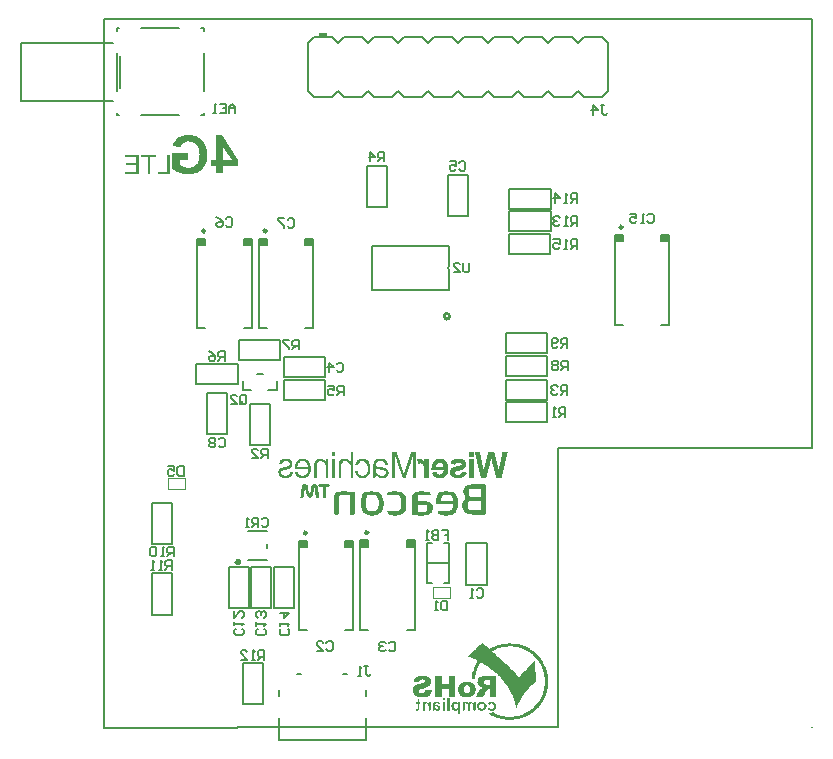
<source format=gbo>
G04*
G04 #@! TF.GenerationSoftware,Altium Limited,Altium Designer,21.2.2 (38)*
G04*
G04 Layer_Color=32896*
%FSLAX25Y25*%
%MOIN*%
G70*
G04*
G04 #@! TF.SameCoordinates,6CE54949-C0DA-46BE-907D-7ABA0CCCE0FB*
G04*
G04*
G04 #@! TF.FilePolarity,Positive*
G04*
G01*
G75*
%ADD12C,0.00984*%
%ADD14C,0.00394*%
%ADD15C,0.00787*%
%ADD16C,0.01000*%
%ADD17C,0.00600*%
%ADD18C,0.00591*%
%ADD21C,0.00709*%
%ADD104R,0.02657X0.02165*%
%ADD105R,0.03150X0.01417*%
G36*
X77030Y91540D02*
Y91371D01*
Y91202D01*
Y91034D01*
Y90865D01*
Y90696D01*
Y90527D01*
X76187D01*
Y90696D01*
Y90865D01*
Y91034D01*
Y91202D01*
Y91371D01*
Y91540D01*
Y91709D01*
X77030D01*
Y91540D01*
D02*
G37*
G36*
X123278D02*
Y91371D01*
Y91202D01*
Y91034D01*
Y90865D01*
Y90696D01*
Y90527D01*
Y90359D01*
Y90190D01*
X121759D01*
Y90359D01*
Y90527D01*
Y90696D01*
Y90865D01*
Y91034D01*
Y91202D01*
Y91371D01*
Y91540D01*
Y91709D01*
X123278D01*
Y91540D01*
D02*
G37*
G36*
X83107D02*
Y91371D01*
Y91202D01*
Y91034D01*
Y90865D01*
Y90696D01*
Y90527D01*
Y90359D01*
Y90190D01*
Y90021D01*
Y89852D01*
Y89683D01*
Y89515D01*
Y89346D01*
Y89177D01*
Y89008D01*
Y88839D01*
Y88671D01*
Y88502D01*
Y88333D01*
Y88164D01*
Y87995D01*
Y87827D01*
Y87658D01*
Y87489D01*
Y87320D01*
Y87151D01*
Y86983D01*
Y86814D01*
Y86645D01*
Y86476D01*
Y86308D01*
Y86139D01*
Y85970D01*
Y85801D01*
Y85632D01*
Y85464D01*
Y85295D01*
Y85126D01*
Y84957D01*
Y84789D01*
Y84620D01*
Y84451D01*
Y84282D01*
Y84113D01*
Y83945D01*
Y83776D01*
Y83607D01*
Y83438D01*
Y83269D01*
X82263D01*
Y83438D01*
Y83607D01*
Y83776D01*
Y83945D01*
Y84113D01*
Y84282D01*
Y84451D01*
Y84620D01*
Y84789D01*
Y84957D01*
Y85126D01*
Y85295D01*
Y85464D01*
Y85632D01*
Y85801D01*
Y85970D01*
Y86139D01*
Y86308D01*
Y86476D01*
Y86645D01*
Y86814D01*
Y86983D01*
Y87151D01*
Y87320D01*
Y87489D01*
Y87658D01*
X82094D01*
Y87827D01*
Y87995D01*
X81925D01*
Y88164D01*
X81757D01*
Y88333D01*
X81588D01*
Y88502D01*
X81250D01*
Y88671D01*
X79900D01*
Y88502D01*
X79731D01*
Y88333D01*
X79394D01*
Y88164D01*
Y87995D01*
X79225D01*
Y87827D01*
Y87658D01*
Y87489D01*
Y87320D01*
Y87151D01*
Y86983D01*
Y86814D01*
Y86645D01*
Y86476D01*
Y86308D01*
Y86139D01*
Y85970D01*
Y85801D01*
Y85632D01*
Y85464D01*
Y85295D01*
Y85126D01*
Y84957D01*
Y84789D01*
Y84620D01*
Y84451D01*
Y84282D01*
Y84113D01*
Y83945D01*
Y83776D01*
Y83607D01*
Y83438D01*
Y83269D01*
X78381D01*
Y83438D01*
Y83607D01*
Y83776D01*
Y83945D01*
Y84113D01*
Y84282D01*
Y84451D01*
Y84620D01*
Y84789D01*
Y84957D01*
Y85126D01*
Y85295D01*
Y85464D01*
Y85632D01*
Y85801D01*
Y85970D01*
Y86139D01*
Y86308D01*
Y86476D01*
Y86645D01*
Y86814D01*
Y86983D01*
Y87151D01*
Y87320D01*
Y87489D01*
Y87658D01*
Y87827D01*
Y87995D01*
Y88164D01*
Y88333D01*
X78549D01*
Y88502D01*
Y88671D01*
X78718D01*
Y88839D01*
X78887D01*
Y89008D01*
X79056D01*
Y89177D01*
X79225D01*
Y89346D01*
X79562D01*
Y89515D01*
X81081D01*
Y89346D01*
X81419D01*
Y89177D01*
X81757D01*
Y89008D01*
X81925D01*
Y88839D01*
X82263D01*
Y89008D01*
Y89177D01*
Y89346D01*
Y89515D01*
Y89683D01*
Y89852D01*
Y90021D01*
Y90190D01*
Y90359D01*
Y90527D01*
Y90696D01*
Y90865D01*
Y91034D01*
Y91202D01*
Y91371D01*
Y91540D01*
Y91709D01*
X83107D01*
Y91540D01*
D02*
G37*
G36*
X93234Y89346D02*
X93740D01*
Y89177D01*
X94078D01*
Y89008D01*
X94247D01*
Y88839D01*
X94416D01*
Y88671D01*
X94584D01*
Y88502D01*
Y88333D01*
X94753D01*
Y88164D01*
Y87995D01*
Y87827D01*
X94922D01*
Y87658D01*
X94247D01*
Y87489D01*
X94078D01*
Y87658D01*
X93909D01*
Y87827D01*
Y87995D01*
X93740D01*
Y88164D01*
Y88333D01*
X93572D01*
Y88502D01*
X93234D01*
Y88671D01*
X91546D01*
Y88502D01*
X91209D01*
Y88333D01*
X91040D01*
Y88164D01*
X90871D01*
Y87995D01*
Y87827D01*
Y87658D01*
X90702D01*
Y87489D01*
Y87320D01*
Y87151D01*
X91040D01*
Y86983D01*
X92053D01*
Y86814D01*
X93234D01*
Y86645D01*
X93909D01*
Y86476D01*
X94247D01*
Y86308D01*
X94416D01*
Y86139D01*
X94584D01*
Y85970D01*
X94753D01*
Y85801D01*
X94922D01*
Y85632D01*
Y85464D01*
Y85295D01*
X95091D01*
Y85126D01*
Y84957D01*
Y84789D01*
Y84620D01*
Y84451D01*
X94922D01*
Y84282D01*
Y84113D01*
X94753D01*
Y83945D01*
Y83776D01*
X94584D01*
Y83607D01*
X94416D01*
Y83438D01*
X94078D01*
Y83269D01*
X93572D01*
Y83101D01*
X92559D01*
Y83269D01*
X91884D01*
Y83438D01*
X91546D01*
Y83607D01*
X91377D01*
Y83776D01*
X91040D01*
Y83945D01*
X90702D01*
Y83776D01*
Y83607D01*
X90534D01*
Y83438D01*
Y83269D01*
X89690D01*
Y83438D01*
Y83607D01*
Y83776D01*
X89858D01*
Y83945D01*
Y84113D01*
Y84282D01*
Y84451D01*
Y84620D01*
Y84789D01*
Y84957D01*
Y85126D01*
Y85295D01*
Y85464D01*
Y85632D01*
Y85801D01*
Y85970D01*
Y86139D01*
Y86308D01*
Y86476D01*
Y86645D01*
Y86814D01*
Y86983D01*
Y87151D01*
Y87320D01*
Y87489D01*
Y87658D01*
Y87827D01*
Y87995D01*
X90027D01*
Y88164D01*
Y88333D01*
Y88502D01*
Y88671D01*
X90196D01*
Y88839D01*
X90365D01*
Y89008D01*
X90534D01*
Y89177D01*
X90702D01*
Y89346D01*
X91209D01*
Y89515D01*
X93234D01*
Y89346D01*
D02*
G37*
G36*
X134756Y91540D02*
Y91371D01*
X134587D01*
Y91202D01*
Y91034D01*
Y90865D01*
X134418D01*
Y90696D01*
Y90527D01*
Y90359D01*
Y90190D01*
Y90021D01*
X134250D01*
Y89852D01*
Y89683D01*
Y89515D01*
Y89346D01*
X134081D01*
Y89177D01*
Y89008D01*
Y88839D01*
Y88671D01*
X133912D01*
Y88502D01*
Y88333D01*
Y88164D01*
Y87995D01*
Y87827D01*
X133743D01*
Y87658D01*
Y87489D01*
Y87320D01*
Y87151D01*
X133574D01*
Y86983D01*
Y86814D01*
Y86645D01*
Y86476D01*
X133406D01*
Y86308D01*
Y86139D01*
Y85970D01*
Y85801D01*
X133237D01*
Y85632D01*
Y85464D01*
Y85295D01*
Y85126D01*
X133068D01*
Y84957D01*
Y84789D01*
Y84620D01*
Y84451D01*
X132899D01*
Y84282D01*
Y84113D01*
Y83945D01*
Y83776D01*
Y83607D01*
X132730D01*
Y83438D01*
Y83269D01*
X130874D01*
Y83438D01*
Y83607D01*
X130705D01*
Y83776D01*
Y83945D01*
Y84113D01*
X130536D01*
Y84282D01*
Y84451D01*
Y84620D01*
Y84789D01*
Y84957D01*
X130368D01*
Y85126D01*
Y85295D01*
Y85464D01*
X130199D01*
Y85632D01*
Y85801D01*
Y85970D01*
Y86139D01*
X130030D01*
Y86308D01*
Y86476D01*
Y86645D01*
Y86814D01*
X129861D01*
Y86983D01*
Y87151D01*
Y87320D01*
X129692D01*
Y87489D01*
Y87658D01*
Y87827D01*
Y87995D01*
X129524D01*
Y88164D01*
Y88333D01*
Y88502D01*
Y88671D01*
X129355D01*
Y88839D01*
Y89008D01*
Y89177D01*
Y89346D01*
X129017D01*
Y89177D01*
Y89008D01*
Y88839D01*
Y88671D01*
X128848D01*
Y88502D01*
Y88333D01*
Y88164D01*
Y87995D01*
X128680D01*
Y87827D01*
Y87658D01*
Y87489D01*
Y87320D01*
X128511D01*
Y87151D01*
Y86983D01*
Y86814D01*
X128342D01*
Y86645D01*
Y86476D01*
Y86308D01*
Y86139D01*
X128173D01*
Y85970D01*
Y85801D01*
Y85632D01*
Y85464D01*
X128005D01*
Y85295D01*
Y85126D01*
Y84957D01*
Y84789D01*
X127836D01*
Y84620D01*
Y84451D01*
Y84282D01*
X127667D01*
Y84113D01*
Y83945D01*
Y83776D01*
Y83607D01*
X127498D01*
Y83438D01*
Y83269D01*
X125641D01*
Y83438D01*
Y83607D01*
Y83776D01*
X125473D01*
Y83945D01*
Y84113D01*
Y84282D01*
Y84451D01*
X125304D01*
Y84620D01*
Y84789D01*
Y84957D01*
Y85126D01*
Y85295D01*
X125135D01*
Y85464D01*
Y85632D01*
Y85801D01*
Y85970D01*
X124966D01*
Y86139D01*
Y86308D01*
Y86476D01*
X124797D01*
Y86645D01*
Y86814D01*
Y86983D01*
Y87151D01*
Y87320D01*
X124629D01*
Y87489D01*
Y87658D01*
Y87827D01*
Y87995D01*
X124460D01*
Y88164D01*
Y88333D01*
Y88502D01*
Y88671D01*
X124291D01*
Y88839D01*
Y89008D01*
Y89177D01*
Y89346D01*
Y89515D01*
X124122D01*
Y89683D01*
Y89852D01*
Y90021D01*
X123953D01*
Y90190D01*
Y90359D01*
Y90527D01*
Y90696D01*
X123785D01*
Y90865D01*
Y91034D01*
Y91202D01*
Y91371D01*
Y91540D01*
X123616D01*
Y91709D01*
X125304D01*
Y91540D01*
X125473D01*
Y91371D01*
Y91202D01*
Y91034D01*
Y90865D01*
X125641D01*
Y90696D01*
Y90527D01*
Y90359D01*
Y90190D01*
Y90021D01*
X125810D01*
Y89852D01*
Y89683D01*
Y89515D01*
Y89346D01*
Y89177D01*
X125979D01*
Y89008D01*
Y88839D01*
Y88671D01*
Y88502D01*
X126148D01*
Y88333D01*
Y88164D01*
Y87995D01*
Y87827D01*
Y87658D01*
X126317D01*
Y87489D01*
Y87320D01*
Y87151D01*
Y86983D01*
X126485D01*
Y86814D01*
Y86645D01*
Y86476D01*
Y86308D01*
X126654D01*
Y86139D01*
X126823D01*
Y86308D01*
Y86476D01*
Y86645D01*
Y86814D01*
X126992D01*
Y86983D01*
Y87151D01*
Y87320D01*
Y87489D01*
X127161D01*
Y87658D01*
Y87827D01*
Y87995D01*
Y88164D01*
X127329D01*
Y88333D01*
Y88502D01*
Y88671D01*
Y88839D01*
X127498D01*
Y89008D01*
Y89177D01*
Y89346D01*
Y89515D01*
X127667D01*
Y89683D01*
Y89852D01*
Y90021D01*
Y90190D01*
X127836D01*
Y90359D01*
Y90527D01*
Y90696D01*
Y90865D01*
X128005D01*
Y91034D01*
Y91202D01*
Y91371D01*
Y91540D01*
X128173D01*
Y91709D01*
X130199D01*
Y91540D01*
Y91371D01*
X130368D01*
Y91202D01*
Y91034D01*
Y90865D01*
Y90696D01*
X130536D01*
Y90527D01*
Y90359D01*
Y90190D01*
Y90021D01*
X130705D01*
Y89852D01*
Y89683D01*
Y89515D01*
X130874D01*
Y89346D01*
Y89177D01*
Y89008D01*
Y88839D01*
X131043D01*
Y88671D01*
Y88502D01*
Y88333D01*
Y88164D01*
X131211D01*
Y87995D01*
Y87827D01*
Y87658D01*
Y87489D01*
X131380D01*
Y87320D01*
Y87151D01*
Y86983D01*
Y86814D01*
X131549D01*
Y86645D01*
Y86476D01*
Y86308D01*
Y86139D01*
X131718D01*
Y86308D01*
X131887D01*
Y86476D01*
Y86645D01*
Y86814D01*
Y86983D01*
Y87151D01*
X132055D01*
Y87320D01*
Y87489D01*
Y87658D01*
Y87827D01*
X132224D01*
Y87995D01*
Y88164D01*
Y88333D01*
Y88502D01*
X132393D01*
Y88671D01*
Y88839D01*
Y89008D01*
Y89177D01*
Y89346D01*
Y89515D01*
X132562D01*
Y89683D01*
Y89852D01*
Y90021D01*
Y90190D01*
X132730D01*
Y90359D01*
Y90527D01*
Y90696D01*
Y90865D01*
X132899D01*
Y91034D01*
Y91202D01*
Y91371D01*
Y91540D01*
Y91709D01*
X134756D01*
Y91540D01*
D02*
G37*
G36*
X104205D02*
Y91371D01*
Y91202D01*
Y91034D01*
Y90865D01*
Y90696D01*
Y90527D01*
Y90359D01*
Y90190D01*
Y90021D01*
Y89852D01*
Y89683D01*
Y89515D01*
Y89346D01*
Y89177D01*
Y89008D01*
Y88839D01*
Y88671D01*
Y88502D01*
Y88333D01*
Y88164D01*
Y87995D01*
Y87827D01*
Y87658D01*
Y87489D01*
Y87320D01*
Y87151D01*
Y86983D01*
Y86814D01*
Y86645D01*
Y86476D01*
Y86308D01*
Y86139D01*
Y85970D01*
Y85801D01*
Y85632D01*
Y85464D01*
Y85295D01*
Y85126D01*
Y84957D01*
Y84789D01*
Y84620D01*
Y84451D01*
Y84282D01*
Y84113D01*
Y83945D01*
Y83776D01*
Y83607D01*
Y83438D01*
Y83269D01*
X103024D01*
Y83438D01*
Y83607D01*
Y83776D01*
Y83945D01*
Y84113D01*
Y84282D01*
Y84451D01*
Y84620D01*
Y84789D01*
Y84957D01*
Y85126D01*
Y85295D01*
Y85464D01*
Y85632D01*
Y85801D01*
Y85970D01*
Y86139D01*
Y86308D01*
Y86476D01*
Y86645D01*
Y86814D01*
Y86983D01*
Y87151D01*
Y87320D01*
Y87489D01*
Y87658D01*
Y87827D01*
Y87995D01*
Y88164D01*
Y88333D01*
Y88502D01*
Y88671D01*
Y88839D01*
Y89008D01*
Y89177D01*
Y89346D01*
Y89515D01*
Y89683D01*
Y89852D01*
Y90021D01*
Y90190D01*
X102855D01*
Y90021D01*
Y89852D01*
Y89683D01*
Y89515D01*
X102686D01*
Y89346D01*
Y89177D01*
X102517D01*
Y89008D01*
Y88839D01*
Y88671D01*
X102349D01*
Y88502D01*
Y88333D01*
Y88164D01*
Y87995D01*
X102180D01*
Y87827D01*
Y87658D01*
X102011D01*
Y87489D01*
Y87320D01*
Y87151D01*
X101842D01*
Y86983D01*
Y86814D01*
Y86645D01*
X101673D01*
Y86476D01*
Y86308D01*
Y86139D01*
X101505D01*
Y85970D01*
Y85801D01*
Y85632D01*
X101336D01*
Y85464D01*
Y85295D01*
Y85126D01*
X101167D01*
Y84957D01*
Y84789D01*
Y84620D01*
X100998D01*
Y84451D01*
Y84282D01*
Y84113D01*
X100830D01*
Y83945D01*
Y83776D01*
Y83607D01*
X100661D01*
Y83438D01*
Y83269D01*
X99648D01*
Y83438D01*
X99479D01*
Y83607D01*
Y83776D01*
Y83945D01*
X99310D01*
Y84113D01*
Y84282D01*
Y84451D01*
X99142D01*
Y84620D01*
Y84789D01*
Y84957D01*
X98973D01*
Y85126D01*
Y85295D01*
Y85464D01*
X98804D01*
Y85632D01*
Y85801D01*
X98635D01*
Y85970D01*
Y86139D01*
Y86308D01*
X98466D01*
Y86476D01*
Y86645D01*
Y86814D01*
X98298D01*
Y86983D01*
Y87151D01*
Y87320D01*
X98129D01*
Y87489D01*
Y87658D01*
Y87827D01*
X97960D01*
Y87995D01*
Y88164D01*
Y88333D01*
X97791D01*
Y88502D01*
Y88671D01*
Y88839D01*
X97623D01*
Y89008D01*
Y89177D01*
Y89346D01*
X97454D01*
Y89515D01*
Y89683D01*
X97285D01*
Y89852D01*
Y90021D01*
X97116D01*
Y89852D01*
Y89683D01*
Y89515D01*
Y89346D01*
Y89177D01*
Y89008D01*
Y88839D01*
Y88671D01*
Y88502D01*
Y88333D01*
Y88164D01*
Y87995D01*
Y87827D01*
Y87658D01*
Y87489D01*
Y87320D01*
Y87151D01*
Y86983D01*
Y86814D01*
Y86645D01*
Y86476D01*
Y86308D01*
Y86139D01*
Y85970D01*
Y85801D01*
Y85632D01*
Y85464D01*
Y85295D01*
Y85126D01*
Y84957D01*
Y84789D01*
Y84620D01*
Y84451D01*
Y84282D01*
Y84113D01*
Y83945D01*
Y83776D01*
Y83607D01*
Y83438D01*
Y83269D01*
X96104D01*
Y83438D01*
Y83607D01*
Y83776D01*
Y83945D01*
Y84113D01*
Y84282D01*
Y84451D01*
Y84620D01*
Y84789D01*
Y84957D01*
Y85126D01*
Y85295D01*
Y85464D01*
Y85632D01*
Y85801D01*
Y85970D01*
Y86139D01*
Y86308D01*
Y86476D01*
Y86645D01*
Y86814D01*
Y86983D01*
Y87151D01*
Y87320D01*
Y87489D01*
Y87658D01*
Y87827D01*
Y87995D01*
Y88164D01*
Y88333D01*
Y88502D01*
Y88671D01*
Y88839D01*
Y89008D01*
Y89177D01*
Y89346D01*
Y89515D01*
Y89683D01*
Y89852D01*
Y90021D01*
Y90190D01*
Y90359D01*
Y90527D01*
Y90696D01*
Y90865D01*
Y91034D01*
Y91202D01*
Y91371D01*
Y91540D01*
Y91709D01*
X97623D01*
Y91540D01*
Y91371D01*
X97791D01*
Y91202D01*
Y91034D01*
Y90865D01*
X97960D01*
Y90696D01*
Y90527D01*
Y90359D01*
X98129D01*
Y90190D01*
Y90021D01*
Y89852D01*
X98298D01*
Y89683D01*
Y89515D01*
X98466D01*
Y89346D01*
Y89177D01*
Y89008D01*
X98635D01*
Y88839D01*
Y88671D01*
Y88502D01*
X98804D01*
Y88333D01*
Y88164D01*
Y87995D01*
X98973D01*
Y87827D01*
Y87658D01*
Y87489D01*
X99142D01*
Y87320D01*
Y87151D01*
Y86983D01*
X99310D01*
Y86814D01*
Y86645D01*
Y86476D01*
X99479D01*
Y86308D01*
Y86139D01*
Y85970D01*
X99648D01*
Y85801D01*
Y85632D01*
Y85464D01*
X99817D01*
Y85295D01*
Y85126D01*
Y84957D01*
X99986D01*
Y84789D01*
Y84620D01*
X100154D01*
Y84789D01*
Y84957D01*
Y85126D01*
X100323D01*
Y85295D01*
Y85464D01*
Y85632D01*
X100492D01*
Y85801D01*
Y85970D01*
Y86139D01*
X100661D01*
Y86308D01*
Y86476D01*
Y86645D01*
X100830D01*
Y86814D01*
Y86983D01*
Y87151D01*
X100998D01*
Y87320D01*
Y87489D01*
Y87658D01*
X101167D01*
Y87827D01*
Y87995D01*
Y88164D01*
X101336D01*
Y88333D01*
Y88502D01*
Y88671D01*
X101505D01*
Y88839D01*
Y89008D01*
Y89177D01*
X101673D01*
Y89346D01*
Y89515D01*
X101842D01*
Y89683D01*
Y89852D01*
Y90021D01*
Y90190D01*
X102011D01*
Y90359D01*
Y90527D01*
Y90696D01*
X102180D01*
Y90865D01*
Y91034D01*
X102349D01*
Y91202D01*
Y91371D01*
Y91540D01*
Y91709D01*
X104205D01*
Y91540D01*
D02*
G37*
G36*
X112813Y89346D02*
X113320D01*
Y89177D01*
X113657D01*
Y89008D01*
X113826D01*
Y88839D01*
X113995D01*
Y88671D01*
X114164D01*
Y88502D01*
X114333D01*
Y88333D01*
Y88164D01*
X114501D01*
Y87995D01*
X114670D01*
Y87827D01*
Y87658D01*
Y87489D01*
X114839D01*
Y87320D01*
Y87151D01*
Y86983D01*
Y86814D01*
Y86645D01*
Y86476D01*
Y86308D01*
Y86139D01*
Y85970D01*
Y85801D01*
Y85632D01*
Y85464D01*
Y85295D01*
Y85126D01*
X114670D01*
Y84957D01*
Y84789D01*
Y84620D01*
X114501D01*
Y84451D01*
X114333D01*
Y84282D01*
Y84113D01*
X114164D01*
Y83945D01*
X113995D01*
Y83776D01*
X113826D01*
Y83607D01*
X113489D01*
Y83438D01*
X113320D01*
Y83269D01*
X112645D01*
Y83101D01*
X111126D01*
Y83269D01*
X110619D01*
Y83438D01*
X110282D01*
Y83607D01*
X110113D01*
Y83776D01*
X109944D01*
Y83945D01*
X109775D01*
Y84113D01*
X109607D01*
Y84282D01*
Y84451D01*
X109438D01*
Y84620D01*
Y84789D01*
X109269D01*
Y84957D01*
X109775D01*
Y85126D01*
X110957D01*
Y84957D01*
Y84789D01*
X111126D01*
Y84620D01*
X111294D01*
Y84451D01*
X111632D01*
Y84282D01*
X112138D01*
Y84451D01*
X112645D01*
Y84620D01*
X112813D01*
Y84789D01*
X112982D01*
Y84957D01*
Y85126D01*
X113151D01*
Y85295D01*
Y85464D01*
Y85632D01*
X113320D01*
Y85801D01*
X109269D01*
Y85970D01*
X109100D01*
Y86139D01*
Y86308D01*
Y86476D01*
Y86645D01*
X109269D01*
Y86814D01*
Y86983D01*
Y87151D01*
Y87320D01*
Y87489D01*
X109438D01*
Y87658D01*
Y87827D01*
Y87995D01*
X109607D01*
Y88164D01*
Y88333D01*
X109775D01*
Y88502D01*
X109944D01*
Y88671D01*
X110113D01*
Y88839D01*
X110282D01*
Y89008D01*
X110450D01*
Y89177D01*
X110788D01*
Y89346D01*
X111294D01*
Y89515D01*
X112813D01*
Y89346D01*
D02*
G37*
G36*
X86989D02*
X87495D01*
Y89177D01*
X87664D01*
Y89008D01*
X88002D01*
Y88839D01*
X88170D01*
Y88671D01*
X88339D01*
Y88502D01*
Y88333D01*
X88508D01*
Y88164D01*
Y87995D01*
X88677D01*
Y87827D01*
Y87658D01*
X88846D01*
Y87489D01*
Y87320D01*
Y87151D01*
Y86983D01*
Y86814D01*
Y86645D01*
Y86476D01*
Y86308D01*
Y86139D01*
Y85970D01*
Y85801D01*
Y85632D01*
Y85464D01*
Y85295D01*
Y85126D01*
X88677D01*
Y84957D01*
Y84789D01*
Y84620D01*
X88508D01*
Y84451D01*
Y84282D01*
X88339D01*
Y84113D01*
X88170D01*
Y83945D01*
X88002D01*
Y83776D01*
X87833D01*
Y83607D01*
X87664D01*
Y83438D01*
X87327D01*
Y83269D01*
X86651D01*
Y83101D01*
X85807D01*
Y83269D01*
X85132D01*
Y83438D01*
X84964D01*
Y83607D01*
X84626D01*
Y83776D01*
X84457D01*
Y83945D01*
X84288D01*
Y84113D01*
X84120D01*
Y84282D01*
Y84451D01*
X83951D01*
Y84620D01*
Y84789D01*
X83782D01*
Y84957D01*
Y85126D01*
Y85295D01*
Y85464D01*
X84626D01*
Y85295D01*
Y85126D01*
Y84957D01*
X84795D01*
Y84789D01*
Y84620D01*
X84964D01*
Y84451D01*
X85132D01*
Y84282D01*
X85301D01*
Y84113D01*
X85807D01*
Y83945D01*
X86651D01*
Y84113D01*
X87158D01*
Y84282D01*
X87327D01*
Y84451D01*
X87495D01*
Y84620D01*
X87664D01*
Y84789D01*
Y84957D01*
X87833D01*
Y85126D01*
Y85295D01*
X88002D01*
Y85464D01*
Y85632D01*
Y85801D01*
Y85970D01*
Y86139D01*
Y86308D01*
Y86476D01*
Y86645D01*
Y86814D01*
Y86983D01*
Y87151D01*
Y87320D01*
X87833D01*
Y87489D01*
Y87658D01*
Y87827D01*
X87664D01*
Y87995D01*
X87495D01*
Y88164D01*
Y88333D01*
X87158D01*
Y88502D01*
X86820D01*
Y88671D01*
X85470D01*
Y88502D01*
X85301D01*
Y88333D01*
X85132D01*
Y88164D01*
X84964D01*
Y87995D01*
X84795D01*
Y87827D01*
Y87658D01*
X84626D01*
Y87489D01*
X83951D01*
Y87658D01*
X83782D01*
Y87827D01*
X83951D01*
Y87995D01*
Y88164D01*
X84120D01*
Y88333D01*
Y88502D01*
X84288D01*
Y88671D01*
Y88839D01*
X84457D01*
Y89008D01*
X84795D01*
Y89177D01*
X84964D01*
Y89346D01*
X85470D01*
Y89515D01*
X86989D01*
Y89346D01*
D02*
G37*
G36*
X67072D02*
X67578D01*
Y89177D01*
X67916D01*
Y89008D01*
X68085D01*
Y88839D01*
X68253D01*
Y88671D01*
X68422D01*
Y88502D01*
X68591D01*
Y88333D01*
X68760D01*
Y88164D01*
Y87995D01*
Y87827D01*
X68929D01*
Y87658D01*
Y87489D01*
Y87320D01*
X69097D01*
Y87151D01*
Y86983D01*
Y86814D01*
Y86645D01*
Y86476D01*
Y86308D01*
Y86139D01*
Y85970D01*
Y85801D01*
Y85632D01*
Y85464D01*
Y85295D01*
X68929D01*
Y85126D01*
Y84957D01*
Y84789D01*
X68760D01*
Y84620D01*
Y84451D01*
X68591D01*
Y84282D01*
Y84113D01*
X68422D01*
Y83945D01*
X68253D01*
Y83776D01*
X68085D01*
Y83607D01*
X67747D01*
Y83438D01*
X67409D01*
Y83269D01*
X66903D01*
Y83101D01*
X65722D01*
Y83269D01*
X65215D01*
Y83438D01*
X64878D01*
Y83607D01*
X64540D01*
Y83776D01*
X64371D01*
Y83945D01*
X64202D01*
Y84113D01*
X64034D01*
Y84282D01*
Y84451D01*
X63865D01*
Y84620D01*
Y84789D01*
X63696D01*
Y84957D01*
Y85126D01*
X64709D01*
Y84957D01*
Y84789D01*
X64878D01*
Y84620D01*
X65047D01*
Y84451D01*
X65215D01*
Y84282D01*
X65384D01*
Y84113D01*
X65890D01*
Y83945D01*
X66734D01*
Y84113D01*
X67241D01*
Y84282D01*
X67409D01*
Y84451D01*
X67578D01*
Y84620D01*
X67747D01*
Y84789D01*
X67916D01*
Y84957D01*
X68085D01*
Y85126D01*
Y85295D01*
Y85464D01*
Y85632D01*
X68253D01*
Y85801D01*
Y85970D01*
X68085D01*
Y86139D01*
X63696D01*
Y86308D01*
Y86476D01*
Y86645D01*
Y86814D01*
Y86983D01*
Y87151D01*
Y87320D01*
Y87489D01*
X63865D01*
Y87658D01*
Y87827D01*
Y87995D01*
X64034D01*
Y88164D01*
Y88333D01*
X64202D01*
Y88502D01*
X64371D01*
Y88671D01*
X64540D01*
Y88839D01*
X64709D01*
Y89008D01*
X64878D01*
Y89177D01*
X65047D01*
Y89346D01*
X65553D01*
Y89515D01*
X67072D01*
Y89346D01*
D02*
G37*
G36*
X123278Y89177D02*
Y89008D01*
Y88839D01*
Y88671D01*
Y88502D01*
Y88333D01*
Y88164D01*
Y87995D01*
Y87827D01*
Y87658D01*
Y87489D01*
Y87320D01*
Y87151D01*
Y86983D01*
Y86814D01*
Y86645D01*
Y86476D01*
Y86308D01*
Y86139D01*
Y85970D01*
Y85801D01*
Y85632D01*
Y85464D01*
Y85295D01*
Y85126D01*
Y84957D01*
Y84789D01*
Y84620D01*
Y84451D01*
Y84282D01*
Y84113D01*
Y83945D01*
Y83776D01*
Y83607D01*
Y83438D01*
Y83269D01*
X121759D01*
Y83438D01*
Y83607D01*
Y83776D01*
Y83945D01*
Y84113D01*
Y84282D01*
Y84451D01*
Y84620D01*
Y84789D01*
Y84957D01*
Y85126D01*
Y85295D01*
Y85464D01*
Y85632D01*
Y85801D01*
Y85970D01*
Y86139D01*
Y86308D01*
Y86476D01*
Y86645D01*
Y86814D01*
Y86983D01*
Y87151D01*
Y87320D01*
Y87489D01*
Y87658D01*
Y87827D01*
Y87995D01*
Y88164D01*
Y88333D01*
Y88502D01*
Y88671D01*
Y88839D01*
Y89008D01*
Y89177D01*
Y89346D01*
X123278D01*
Y89177D01*
D02*
G37*
G36*
X106062Y89346D02*
X106231D01*
Y89177D01*
X106568D01*
Y89008D01*
Y88839D01*
X106737D01*
Y88671D01*
X106906D01*
Y88839D01*
Y89008D01*
Y89177D01*
Y89346D01*
X108425D01*
Y89177D01*
Y89008D01*
Y88839D01*
Y88671D01*
Y88502D01*
Y88333D01*
Y88164D01*
Y87995D01*
Y87827D01*
Y87658D01*
Y87489D01*
Y87320D01*
Y87151D01*
Y86983D01*
Y86814D01*
Y86645D01*
Y86476D01*
Y86308D01*
Y86139D01*
Y85970D01*
Y85801D01*
Y85632D01*
Y85464D01*
Y85295D01*
Y85126D01*
Y84957D01*
Y84789D01*
Y84620D01*
Y84451D01*
Y84282D01*
Y84113D01*
Y83945D01*
Y83776D01*
Y83607D01*
Y83438D01*
Y83269D01*
X106737D01*
Y83438D01*
Y83607D01*
Y83776D01*
Y83945D01*
Y84113D01*
Y84282D01*
Y84451D01*
Y84620D01*
Y84789D01*
Y84957D01*
Y85126D01*
Y85295D01*
Y85464D01*
Y85632D01*
Y85801D01*
Y85970D01*
Y86139D01*
Y86308D01*
Y86476D01*
Y86645D01*
Y86814D01*
Y86983D01*
Y87151D01*
X106568D01*
Y87320D01*
Y87489D01*
Y87658D01*
X106400D01*
Y87827D01*
X106231D01*
Y87995D01*
X105724D01*
Y88164D01*
X105556D01*
Y87995D01*
X105049D01*
Y87827D01*
X104880D01*
Y87995D01*
Y88164D01*
X104712D01*
Y88333D01*
Y88502D01*
Y88671D01*
X104543D01*
Y88839D01*
Y89008D01*
X104374D01*
Y89177D01*
X104543D01*
Y89346D01*
X104880D01*
Y89515D01*
X106062D01*
Y89346D01*
D02*
G37*
G36*
X77030Y89177D02*
Y89008D01*
Y88839D01*
Y88671D01*
Y88502D01*
Y88333D01*
Y88164D01*
Y87995D01*
Y87827D01*
Y87658D01*
Y87489D01*
Y87320D01*
Y87151D01*
Y86983D01*
Y86814D01*
Y86645D01*
Y86476D01*
Y86308D01*
Y86139D01*
Y85970D01*
Y85801D01*
Y85632D01*
Y85464D01*
Y85295D01*
Y85126D01*
Y84957D01*
Y84789D01*
Y84620D01*
Y84451D01*
Y84282D01*
Y84113D01*
Y83945D01*
Y83776D01*
Y83607D01*
Y83438D01*
Y83269D01*
X76187D01*
Y83438D01*
Y83607D01*
Y83776D01*
Y83945D01*
Y84113D01*
Y84282D01*
Y84451D01*
Y84620D01*
Y84789D01*
Y84957D01*
Y85126D01*
Y85295D01*
Y85464D01*
Y85632D01*
Y85801D01*
Y85970D01*
Y86139D01*
Y86308D01*
Y86476D01*
Y86645D01*
Y86814D01*
Y86983D01*
Y87151D01*
Y87320D01*
Y87489D01*
Y87658D01*
Y87827D01*
Y87995D01*
Y88164D01*
Y88333D01*
Y88502D01*
Y88671D01*
Y88839D01*
Y89008D01*
Y89177D01*
Y89346D01*
X77030D01*
Y89177D01*
D02*
G37*
G36*
X72811Y89346D02*
X73148D01*
Y89177D01*
X73486D01*
Y89008D01*
X73655D01*
Y88839D01*
X73823D01*
Y88671D01*
X74161D01*
Y88839D01*
Y89008D01*
Y89177D01*
Y89346D01*
X74836D01*
Y89177D01*
Y89008D01*
Y88839D01*
Y88671D01*
Y88502D01*
Y88333D01*
Y88164D01*
Y87995D01*
Y87827D01*
Y87658D01*
Y87489D01*
Y87320D01*
Y87151D01*
Y86983D01*
Y86814D01*
Y86645D01*
Y86476D01*
Y86308D01*
Y86139D01*
Y85970D01*
Y85801D01*
Y85632D01*
Y85464D01*
Y85295D01*
Y85126D01*
Y84957D01*
Y84789D01*
Y84620D01*
Y84451D01*
Y84282D01*
Y84113D01*
Y83945D01*
Y83776D01*
Y83607D01*
Y83438D01*
Y83269D01*
X73992D01*
Y83438D01*
Y83607D01*
Y83776D01*
Y83945D01*
Y84113D01*
Y84282D01*
Y84451D01*
Y84620D01*
Y84789D01*
Y84957D01*
Y85126D01*
Y85295D01*
Y85464D01*
Y85632D01*
Y85801D01*
Y85970D01*
Y86139D01*
Y86308D01*
Y86476D01*
Y86645D01*
Y86814D01*
Y86983D01*
Y87151D01*
Y87320D01*
Y87489D01*
Y87658D01*
X73823D01*
Y87827D01*
Y87995D01*
X73655D01*
Y88164D01*
X73486D01*
Y88333D01*
X73317D01*
Y88502D01*
X72811D01*
Y88671D01*
X71798D01*
Y88502D01*
X71460D01*
Y88333D01*
X71292D01*
Y88164D01*
X71123D01*
Y87995D01*
Y87827D01*
X70954D01*
Y87658D01*
Y87489D01*
Y87320D01*
Y87151D01*
Y86983D01*
Y86814D01*
Y86645D01*
Y86476D01*
Y86308D01*
Y86139D01*
Y85970D01*
Y85801D01*
Y85632D01*
Y85464D01*
Y85295D01*
Y85126D01*
Y84957D01*
Y84789D01*
Y84620D01*
Y84451D01*
Y84282D01*
Y84113D01*
Y83945D01*
Y83776D01*
Y83607D01*
Y83438D01*
Y83269D01*
X70110D01*
Y83438D01*
Y83607D01*
Y83776D01*
Y83945D01*
Y84113D01*
Y84282D01*
Y84451D01*
Y84620D01*
Y84789D01*
Y84957D01*
Y85126D01*
Y85295D01*
Y85464D01*
Y85632D01*
Y85801D01*
Y85970D01*
Y86139D01*
Y86308D01*
Y86476D01*
Y86645D01*
Y86814D01*
Y86983D01*
Y87151D01*
Y87320D01*
Y87489D01*
Y87658D01*
Y87827D01*
Y87995D01*
Y88164D01*
Y88333D01*
X70279D01*
Y88502D01*
Y88671D01*
X70448D01*
Y88839D01*
X70617D01*
Y89008D01*
X70785D01*
Y89177D01*
X70954D01*
Y89346D01*
X71460D01*
Y89515D01*
X72811D01*
Y89346D01*
D02*
G37*
G36*
X119228D02*
X119903D01*
Y89177D01*
X120071D01*
Y89008D01*
X120409D01*
Y88839D01*
Y88671D01*
X120578D01*
Y88502D01*
X120747D01*
Y88333D01*
Y88164D01*
X120915D01*
Y87995D01*
Y87827D01*
Y87658D01*
Y87489D01*
Y87320D01*
Y87151D01*
X120747D01*
Y86983D01*
Y86814D01*
X120578D01*
Y86645D01*
X120409D01*
Y86476D01*
X120240D01*
Y86308D01*
X120071D01*
Y86139D01*
X119734D01*
Y85970D01*
X119228D01*
Y85801D01*
X118721D01*
Y85632D01*
X118046D01*
Y85464D01*
X117371D01*
Y85295D01*
X117033D01*
Y85126D01*
Y84957D01*
Y84789D01*
Y84620D01*
X117202D01*
Y84451D01*
X117540D01*
Y84282D01*
X118721D01*
Y84451D01*
X119059D01*
Y84620D01*
X119228D01*
Y84789D01*
X119396D01*
Y84957D01*
Y85126D01*
X120747D01*
Y84957D01*
X121084D01*
Y84789D01*
Y84620D01*
X120915D01*
Y84451D01*
Y84282D01*
X120747D01*
Y84113D01*
X120578D01*
Y83945D01*
X120409D01*
Y83776D01*
X120240D01*
Y83607D01*
X119903D01*
Y83438D01*
X119565D01*
Y83269D01*
X119059D01*
Y83101D01*
X117371D01*
Y83269D01*
X116696D01*
Y83438D01*
X116358D01*
Y83607D01*
X116189D01*
Y83776D01*
X116021D01*
Y83945D01*
X115852D01*
Y84113D01*
X115683D01*
Y84282D01*
X115514D01*
Y84451D01*
Y84620D01*
Y84789D01*
X115345D01*
Y84957D01*
Y85126D01*
Y85295D01*
Y85464D01*
Y85632D01*
X115514D01*
Y85801D01*
Y85970D01*
X115683D01*
Y86139D01*
Y86308D01*
X115852D01*
Y86476D01*
X116189D01*
Y86645D01*
X116527D01*
Y86814D01*
X116865D01*
Y86983D01*
X117540D01*
Y87151D01*
X118215D01*
Y87320D01*
X118890D01*
Y87489D01*
X119228D01*
Y87658D01*
X119396D01*
Y87827D01*
Y87995D01*
X119228D01*
Y88164D01*
X119059D01*
Y88333D01*
X117540D01*
Y88164D01*
X117371D01*
Y87995D01*
X117202D01*
Y87827D01*
Y87658D01*
X116696D01*
Y87827D01*
X115683D01*
Y87995D01*
Y88164D01*
Y88333D01*
X115852D01*
Y88502D01*
Y88671D01*
X116021D01*
Y88839D01*
X116189D01*
Y89008D01*
X116358D01*
Y89177D01*
X116696D01*
Y89346D01*
X117202D01*
Y89515D01*
X119228D01*
Y89346D01*
D02*
G37*
G36*
X61502D02*
X62008D01*
Y89177D01*
X62346D01*
Y89008D01*
X62515D01*
Y88839D01*
X62683D01*
Y88671D01*
Y88502D01*
X62852D01*
Y88333D01*
Y88164D01*
Y87995D01*
Y87827D01*
Y87658D01*
Y87489D01*
Y87320D01*
Y87151D01*
X62683D01*
Y86983D01*
Y86814D01*
X62515D01*
Y86645D01*
X62346D01*
Y86476D01*
X62008D01*
Y86308D01*
X61671D01*
Y86139D01*
X61164D01*
Y85970D01*
X60489D01*
Y85801D01*
X59814D01*
Y85632D01*
X59477D01*
Y85464D01*
X59139D01*
Y85295D01*
Y85126D01*
Y84957D01*
Y84789D01*
Y84620D01*
Y84451D01*
X59308D01*
Y84282D01*
X59477D01*
Y84113D01*
X60152D01*
Y83945D01*
X60996D01*
Y84113D01*
X61502D01*
Y84282D01*
X61839D01*
Y84451D01*
X62008D01*
Y84620D01*
Y84789D01*
X62177D01*
Y84957D01*
Y85126D01*
Y85295D01*
X62515D01*
Y85126D01*
X63021D01*
Y84957D01*
Y84789D01*
Y84620D01*
Y84451D01*
X62852D01*
Y84282D01*
Y84113D01*
X62683D01*
Y83945D01*
X62515D01*
Y83776D01*
X62346D01*
Y83607D01*
X62177D01*
Y83438D01*
X61839D01*
Y83269D01*
X61164D01*
Y83101D01*
X59983D01*
Y83269D01*
X59477D01*
Y83438D01*
X59139D01*
Y83607D01*
X58801D01*
Y83776D01*
X58633D01*
Y83945D01*
X58464D01*
Y84113D01*
Y84282D01*
X58295D01*
Y84451D01*
Y84620D01*
Y84789D01*
X58126D01*
Y84957D01*
Y85126D01*
Y85295D01*
Y85464D01*
X58295D01*
Y85632D01*
Y85801D01*
Y85970D01*
X58464D01*
Y86139D01*
X58633D01*
Y86308D01*
X58801D01*
Y86476D01*
X59308D01*
Y86645D01*
X59645D01*
Y86814D01*
X60320D01*
Y86983D01*
X60996D01*
Y87151D01*
X61502D01*
Y87320D01*
X61839D01*
Y87489D01*
X62008D01*
Y87658D01*
Y87827D01*
Y87995D01*
Y88164D01*
Y88333D01*
X61839D01*
Y88502D01*
X61502D01*
Y88671D01*
X59983D01*
Y88502D01*
X59645D01*
Y88333D01*
X59477D01*
Y88164D01*
X59308D01*
Y87995D01*
Y87827D01*
X58464D01*
Y87995D01*
Y88164D01*
Y88333D01*
X58633D01*
Y88502D01*
Y88671D01*
X58801D01*
Y88839D01*
Y89008D01*
X59139D01*
Y89177D01*
X59308D01*
Y89346D01*
X59814D01*
Y89515D01*
X61502D01*
Y89346D01*
D02*
G37*
G36*
X70733Y80875D02*
X71232D01*
Y80625D01*
Y80376D01*
X71481D01*
Y80127D01*
Y79878D01*
Y79629D01*
Y79380D01*
Y79131D01*
Y78882D01*
Y78632D01*
Y78383D01*
X71730D01*
Y78134D01*
Y77885D01*
Y77636D01*
Y77387D01*
Y77138D01*
Y76889D01*
Y76639D01*
X71481D01*
Y76390D01*
X70982D01*
Y76639D01*
X70733D01*
Y76889D01*
Y77138D01*
Y77387D01*
X70484D01*
Y77636D01*
Y77885D01*
Y78134D01*
Y78383D01*
Y78632D01*
Y78882D01*
Y79131D01*
Y79380D01*
Y79629D01*
Y79878D01*
X70235D01*
Y79629D01*
Y79380D01*
X69986D01*
Y79131D01*
Y78882D01*
Y78632D01*
X69737D01*
Y78383D01*
Y78134D01*
Y77885D01*
Y77636D01*
Y77387D01*
Y77138D01*
X69488D01*
Y76889D01*
X68989D01*
Y76639D01*
X68491D01*
Y76889D01*
X67993D01*
Y77138D01*
X67744D01*
Y77387D01*
Y77636D01*
Y77885D01*
X67494D01*
Y78134D01*
Y78383D01*
Y78632D01*
Y78882D01*
Y79131D01*
X67245D01*
Y79380D01*
Y79629D01*
X66996D01*
Y79380D01*
Y79131D01*
Y78882D01*
X66747D01*
Y78632D01*
Y78383D01*
Y78134D01*
Y77885D01*
Y77636D01*
Y77387D01*
Y77138D01*
Y76889D01*
X66498D01*
Y76639D01*
X66249D01*
Y76390D01*
X65751D01*
Y76639D01*
X65501D01*
Y76889D01*
X65751D01*
Y77138D01*
Y77387D01*
Y77636D01*
Y77885D01*
Y78134D01*
Y78383D01*
Y78632D01*
Y78882D01*
Y79131D01*
Y79380D01*
Y79629D01*
X66000D01*
Y79878D01*
Y80127D01*
Y80376D01*
Y80625D01*
Y80875D01*
X66498D01*
Y81124D01*
X67494D01*
Y80875D01*
X67993D01*
Y80625D01*
Y80376D01*
Y80127D01*
X68242D01*
Y79878D01*
Y79629D01*
Y79380D01*
Y79131D01*
Y78882D01*
X68491D01*
Y78632D01*
Y78383D01*
Y78134D01*
X68740D01*
Y78383D01*
X68989D01*
Y78632D01*
Y78882D01*
Y79131D01*
Y79380D01*
Y79629D01*
Y79878D01*
X69239D01*
Y80127D01*
Y80376D01*
Y80625D01*
X69488D01*
Y80875D01*
X69737D01*
Y81124D01*
X70733D01*
Y80875D01*
D02*
G37*
G36*
X75218D02*
X75467D01*
Y80625D01*
Y80376D01*
X75218D01*
Y80127D01*
X74221D01*
Y79878D01*
Y79629D01*
Y79380D01*
Y79131D01*
Y78882D01*
Y78632D01*
Y78383D01*
Y78134D01*
Y77885D01*
Y77636D01*
Y77387D01*
Y77138D01*
Y76889D01*
Y76639D01*
X73972D01*
Y76390D01*
X73225D01*
Y76639D01*
X72975D01*
Y76889D01*
Y77138D01*
Y77387D01*
Y77636D01*
Y77885D01*
Y78134D01*
Y78383D01*
Y78632D01*
Y78882D01*
Y79131D01*
Y79380D01*
Y79629D01*
Y79878D01*
Y80127D01*
X71730D01*
Y80376D01*
Y80625D01*
X71481D01*
Y80875D01*
X71730D01*
Y81124D01*
X75218D01*
Y80875D01*
D02*
G37*
G36*
X114830Y78632D02*
X116076D01*
Y78383D01*
X116823D01*
Y78134D01*
X117073D01*
Y77885D01*
X117322D01*
Y77636D01*
X117571D01*
Y77387D01*
Y77138D01*
X117820D01*
Y76889D01*
Y76639D01*
Y76390D01*
X118069D01*
Y76141D01*
Y75892D01*
Y75643D01*
Y75394D01*
Y75145D01*
Y74895D01*
Y74646D01*
Y74397D01*
Y74148D01*
Y73899D01*
Y73650D01*
Y73401D01*
Y73151D01*
X117820D01*
Y72902D01*
Y72653D01*
Y72404D01*
X117571D01*
Y72155D01*
Y71906D01*
X117322D01*
Y71657D01*
X117073D01*
Y71408D01*
X116823D01*
Y71158D01*
X116325D01*
Y70909D01*
X114830D01*
Y70660D01*
X113336D01*
Y70909D01*
X112090D01*
Y71158D01*
X111592D01*
Y71408D01*
Y71657D01*
X111342D01*
Y71906D01*
Y72155D01*
Y72404D01*
X111592D01*
Y72155D01*
X115578D01*
Y72404D01*
X115827D01*
Y72653D01*
X116076D01*
Y72902D01*
Y73151D01*
X116325D01*
Y73401D01*
Y73650D01*
Y73899D01*
Y74148D01*
Y74397D01*
X111093D01*
Y74646D01*
X110844D01*
Y74895D01*
Y75145D01*
Y75394D01*
Y75643D01*
Y75892D01*
Y76141D01*
Y76390D01*
X111093D01*
Y76639D01*
Y76889D01*
Y77138D01*
Y77387D01*
X111342D01*
Y77636D01*
Y77885D01*
X111592D01*
Y78134D01*
X111841D01*
Y78383D01*
X112339D01*
Y78632D01*
X113585D01*
Y78882D01*
X114830D01*
Y78632D01*
D02*
G37*
G36*
X97640D02*
X98886D01*
Y78383D01*
X99384D01*
Y78134D01*
X99882D01*
Y77885D01*
X100131D01*
Y77636D01*
X100381D01*
Y77387D01*
Y77138D01*
X100630D01*
Y76889D01*
Y76639D01*
Y76390D01*
X100879D01*
Y76141D01*
Y75892D01*
Y75643D01*
Y75394D01*
Y75145D01*
Y74895D01*
Y74646D01*
Y74397D01*
Y74148D01*
Y73899D01*
Y73650D01*
Y73401D01*
Y73151D01*
Y72902D01*
X100630D01*
Y72653D01*
Y72404D01*
Y72155D01*
X100381D01*
Y71906D01*
X100131D01*
Y71657D01*
X99882D01*
Y71408D01*
X99633D01*
Y71158D01*
X99135D01*
Y70909D01*
X97889D01*
Y70660D01*
X96394D01*
Y70909D01*
X95149D01*
Y71158D01*
X94899D01*
Y71408D01*
X94650D01*
Y71657D01*
Y71906D01*
X94401D01*
Y72155D01*
X94650D01*
Y72404D01*
X94899D01*
Y72155D01*
X98387D01*
Y72404D01*
X98637D01*
Y72653D01*
X98886D01*
Y72902D01*
X99135D01*
Y73151D01*
Y73401D01*
Y73650D01*
Y73899D01*
Y74148D01*
Y74397D01*
Y74646D01*
Y74895D01*
Y75145D01*
Y75394D01*
Y75643D01*
Y75892D01*
Y76141D01*
Y76390D01*
Y76639D01*
X98886D01*
Y76889D01*
X98637D01*
Y77138D01*
X98387D01*
Y77387D01*
X94650D01*
Y77636D01*
X94401D01*
Y77885D01*
Y78134D01*
X94650D01*
Y78383D01*
X94899D01*
Y78632D01*
X96145D01*
Y78882D01*
X97640D01*
Y78632D01*
D02*
G37*
G36*
X127038Y80875D02*
X127536D01*
Y80625D01*
Y80376D01*
Y80127D01*
Y79878D01*
Y79629D01*
Y79380D01*
Y79131D01*
Y78882D01*
Y78632D01*
Y78383D01*
Y78134D01*
Y77885D01*
Y77636D01*
Y77387D01*
Y77138D01*
Y76889D01*
Y76639D01*
Y76390D01*
Y76141D01*
Y75892D01*
Y75643D01*
Y75394D01*
Y75145D01*
Y74895D01*
Y74646D01*
Y74397D01*
Y74148D01*
Y73899D01*
Y73650D01*
Y73401D01*
Y73151D01*
Y72902D01*
Y72653D01*
Y72404D01*
Y72155D01*
Y71906D01*
Y71657D01*
Y71408D01*
X127287D01*
Y71158D01*
X127038D01*
Y70909D01*
X122803D01*
Y71158D01*
X121059D01*
Y71408D01*
X120560D01*
Y71657D01*
X120311D01*
Y71906D01*
X120062D01*
Y72155D01*
Y72404D01*
X119813D01*
Y72653D01*
Y72902D01*
Y73151D01*
X119564D01*
Y73401D01*
Y73650D01*
Y73899D01*
Y74148D01*
Y74397D01*
Y74646D01*
Y74895D01*
X119813D01*
Y75145D01*
Y75394D01*
X120062D01*
Y75643D01*
Y75892D01*
X120311D01*
Y76141D01*
X120560D01*
Y76390D01*
Y76639D01*
Y76889D01*
X120311D01*
Y77138D01*
Y77387D01*
X120062D01*
Y77636D01*
Y77885D01*
Y78134D01*
X119813D01*
Y78383D01*
Y78632D01*
Y78882D01*
Y79131D01*
X120062D01*
Y79380D01*
Y79629D01*
Y79878D01*
X120311D01*
Y80127D01*
Y80376D01*
X120560D01*
Y80625D01*
X121059D01*
Y80875D01*
X122554D01*
Y81124D01*
X127038D01*
Y80875D01*
D02*
G37*
G36*
X81197Y78632D02*
X83688D01*
Y78383D01*
Y78134D01*
Y77885D01*
Y77636D01*
Y77387D01*
Y77138D01*
Y76889D01*
Y76639D01*
Y76390D01*
Y76141D01*
Y75892D01*
Y75643D01*
Y75394D01*
Y75145D01*
Y74895D01*
Y74646D01*
Y74397D01*
Y74148D01*
Y73899D01*
Y73650D01*
Y73401D01*
Y73151D01*
Y72902D01*
Y72653D01*
Y72404D01*
Y72155D01*
Y71906D01*
Y71657D01*
Y71408D01*
Y71158D01*
X83439D01*
Y70909D01*
X82194D01*
Y71158D01*
X81944D01*
Y71408D01*
Y71657D01*
Y71906D01*
Y72155D01*
Y72404D01*
Y72653D01*
Y72902D01*
Y73151D01*
Y73401D01*
Y73650D01*
Y73899D01*
Y74148D01*
Y74397D01*
Y74646D01*
Y74895D01*
Y75145D01*
Y75394D01*
Y75643D01*
Y75892D01*
Y76141D01*
Y76390D01*
Y76639D01*
Y76889D01*
Y77138D01*
Y77387D01*
X78706D01*
Y77138D01*
X78456D01*
Y76889D01*
Y76639D01*
Y76390D01*
Y76141D01*
Y75892D01*
Y75643D01*
Y75394D01*
Y75145D01*
Y74895D01*
Y74646D01*
Y74397D01*
Y74148D01*
Y73899D01*
Y73650D01*
Y73401D01*
Y73151D01*
Y72902D01*
Y72653D01*
Y72404D01*
Y72155D01*
Y71906D01*
Y71657D01*
Y71408D01*
Y71158D01*
X77958D01*
Y70909D01*
X76962D01*
Y71158D01*
X76713D01*
Y71408D01*
Y71657D01*
Y71906D01*
Y72155D01*
Y72404D01*
Y72653D01*
Y72902D01*
Y73151D01*
Y73401D01*
Y73650D01*
Y73899D01*
Y74148D01*
Y74397D01*
Y74646D01*
Y74895D01*
Y75145D01*
Y75394D01*
Y75643D01*
Y75892D01*
Y76141D01*
Y76390D01*
Y76639D01*
Y76889D01*
Y77138D01*
Y77387D01*
X76962D01*
Y77636D01*
Y77885D01*
X77211D01*
Y78134D01*
X77460D01*
Y78383D01*
X77958D01*
Y78632D01*
X79204D01*
Y78882D01*
X81197D01*
Y78632D01*
D02*
G37*
G36*
X106858D02*
X108353D01*
Y78383D01*
X108851D01*
Y78134D01*
Y77885D01*
X109100D01*
Y77636D01*
Y77387D01*
X104865D01*
Y77138D01*
X104616D01*
Y76889D01*
Y76639D01*
Y76390D01*
Y76141D01*
Y75892D01*
Y75643D01*
Y75394D01*
X107605D01*
Y75145D01*
X108851D01*
Y74895D01*
X109100D01*
Y74646D01*
X109349D01*
Y74397D01*
Y74148D01*
X109599D01*
Y73899D01*
Y73650D01*
Y73401D01*
Y73151D01*
Y72902D01*
Y72653D01*
Y72404D01*
X109349D01*
Y72155D01*
Y71906D01*
Y71657D01*
X109100D01*
Y71408D01*
X108851D01*
Y71158D01*
X108353D01*
Y70909D01*
X106858D01*
Y70660D01*
X104865D01*
Y70909D01*
X102872D01*
Y71158D01*
Y71408D01*
Y71657D01*
Y71906D01*
Y72155D01*
Y72404D01*
Y72653D01*
Y72902D01*
Y73151D01*
Y73401D01*
Y73650D01*
Y73899D01*
Y74148D01*
Y74397D01*
Y74646D01*
Y74895D01*
Y75145D01*
Y75394D01*
Y75643D01*
Y75892D01*
Y76141D01*
Y76390D01*
Y76639D01*
Y76889D01*
Y77138D01*
Y77387D01*
X103121D01*
Y77636D01*
Y77885D01*
X103370D01*
Y78134D01*
X103619D01*
Y78383D01*
X103868D01*
Y78632D01*
X105114D01*
Y78882D01*
X106858D01*
Y78632D01*
D02*
G37*
G36*
X89917D02*
X91412D01*
Y78383D01*
X91910D01*
Y78134D01*
X92159D01*
Y77885D01*
X92408D01*
Y77636D01*
X92657D01*
Y77387D01*
X92906D01*
Y77138D01*
Y76889D01*
Y76639D01*
X93155D01*
Y76390D01*
Y76141D01*
Y75892D01*
Y75643D01*
X93405D01*
Y75394D01*
Y75145D01*
Y74895D01*
Y74646D01*
Y74397D01*
Y74148D01*
Y73899D01*
X93155D01*
Y73650D01*
Y73401D01*
Y73151D01*
Y72902D01*
Y72653D01*
X92906D01*
Y72404D01*
Y72155D01*
X92657D01*
Y71906D01*
X92408D01*
Y71657D01*
X92159D01*
Y71408D01*
X91910D01*
Y71158D01*
X91412D01*
Y70909D01*
X90166D01*
Y70660D01*
X88920D01*
Y70909D01*
X87674D01*
Y71158D01*
X87176D01*
Y71408D01*
X86678D01*
Y71657D01*
X86429D01*
Y71906D01*
Y72155D01*
X86180D01*
Y72404D01*
X85931D01*
Y72653D01*
Y72902D01*
Y73151D01*
X85681D01*
Y73401D01*
Y73650D01*
Y73899D01*
Y74148D01*
Y74397D01*
Y74646D01*
Y74895D01*
Y75145D01*
Y75394D01*
Y75643D01*
Y75892D01*
Y76141D01*
Y76390D01*
Y76639D01*
X85931D01*
Y76889D01*
Y77138D01*
Y77387D01*
X86180D01*
Y77636D01*
Y77885D01*
X86429D01*
Y78134D01*
X86678D01*
Y78383D01*
X87425D01*
Y78632D01*
X88671D01*
Y78882D01*
X89917D01*
Y78632D01*
D02*
G37*
G36*
X135904Y27968D02*
X137529D01*
Y27787D01*
X138613D01*
Y27607D01*
X139154D01*
Y27426D01*
X139696D01*
Y27246D01*
X140238D01*
Y27065D01*
X140599D01*
Y26884D01*
X140960D01*
Y26704D01*
X141321D01*
Y26523D01*
X141683D01*
Y26343D01*
X142044D01*
Y26162D01*
X142224D01*
Y25982D01*
X142586D01*
Y25801D01*
X142766D01*
Y25620D01*
X143127D01*
Y25440D01*
X143308D01*
Y25259D01*
X143489D01*
Y25079D01*
X143669D01*
Y24898D01*
X143850D01*
Y24717D01*
X144211D01*
Y24537D01*
X144391D01*
Y24356D01*
X144572D01*
Y24176D01*
X144753D01*
Y23995D01*
X144933D01*
Y23814D01*
Y23634D01*
X145114D01*
Y23453D01*
X145294D01*
Y23273D01*
X145475D01*
Y23092D01*
X145656D01*
Y22912D01*
Y22731D01*
X145836D01*
Y22550D01*
X146017D01*
Y22370D01*
Y22189D01*
X146197D01*
Y22009D01*
X146378D01*
Y21828D01*
Y21647D01*
X146558D01*
Y21467D01*
Y21286D01*
X146739D01*
Y21106D01*
Y20925D01*
X146920D01*
Y20744D01*
Y20564D01*
X147100D01*
Y20383D01*
Y20203D01*
X147281D01*
Y20022D01*
Y19842D01*
X147461D01*
Y19661D01*
Y19480D01*
Y19300D01*
X147642D01*
Y19119D01*
Y18939D01*
Y18758D01*
Y18577D01*
X147822D01*
Y18397D01*
Y18216D01*
Y18036D01*
Y17855D01*
X148003D01*
Y17675D01*
Y17494D01*
Y17313D01*
Y17133D01*
Y16952D01*
Y16772D01*
Y16591D01*
X148184D01*
Y16410D01*
Y16230D01*
Y16049D01*
Y15869D01*
Y15688D01*
Y15507D01*
Y15327D01*
Y15146D01*
Y14966D01*
Y14785D01*
Y14605D01*
Y14424D01*
Y14243D01*
Y14063D01*
Y13882D01*
X148003D01*
Y13702D01*
Y13521D01*
Y13340D01*
Y13160D01*
Y12979D01*
Y12799D01*
X147822D01*
Y12618D01*
Y12438D01*
Y12257D01*
Y12076D01*
Y11896D01*
X147642D01*
Y11715D01*
Y11535D01*
Y11354D01*
X147461D01*
Y11174D01*
Y10993D01*
Y10812D01*
X147281D01*
Y10632D01*
Y10451D01*
X147100D01*
Y10271D01*
Y10090D01*
Y9909D01*
X146920D01*
Y9729D01*
Y9548D01*
X146739D01*
Y9368D01*
Y9187D01*
X146558D01*
Y9006D01*
Y8826D01*
X146378D01*
Y8645D01*
X146197D01*
Y8465D01*
Y8284D01*
X146017D01*
Y8104D01*
X145836D01*
Y7923D01*
Y7742D01*
X145656D01*
Y7562D01*
X145475D01*
Y7381D01*
X145294D01*
Y7201D01*
Y7020D01*
X145114D01*
Y6839D01*
X144933D01*
Y6659D01*
X144753D01*
Y6478D01*
X144572D01*
Y6298D01*
X144391D01*
Y6117D01*
X144211D01*
Y5937D01*
X144030D01*
Y5756D01*
X143850D01*
Y5575D01*
X143669D01*
Y5395D01*
X143308D01*
Y5214D01*
X143127D01*
Y5034D01*
X142947D01*
Y4853D01*
X142586D01*
Y4672D01*
X142405D01*
Y4492D01*
X142044D01*
Y4311D01*
X141863D01*
Y4131D01*
X141502D01*
Y3950D01*
X141141D01*
Y3769D01*
X140780D01*
Y3589D01*
X140238D01*
Y3408D01*
X139877D01*
Y3228D01*
X139335D01*
Y3047D01*
X138793D01*
Y2867D01*
X137890D01*
Y2686D01*
X136807D01*
Y2505D01*
X133917D01*
Y2686D01*
X132834D01*
Y2867D01*
X131931D01*
Y3047D01*
X131389D01*
Y3228D01*
X130847D01*
Y3408D01*
X130306D01*
Y3589D01*
X129945D01*
Y3769D01*
X129583D01*
Y3950D01*
X129222D01*
Y4131D01*
X128861D01*
Y4311D01*
X128680D01*
Y4492D01*
X128500D01*
Y4672D01*
X128680D01*
Y4853D01*
X129403D01*
Y5034D01*
X129945D01*
Y4853D01*
X130125D01*
Y4672D01*
X130486D01*
Y4492D01*
X131028D01*
Y4311D01*
X131389D01*
Y4131D01*
X132112D01*
Y3950D01*
X132834D01*
Y3769D01*
X133917D01*
Y3589D01*
X136807D01*
Y3769D01*
X137890D01*
Y3950D01*
X138613D01*
Y4131D01*
X139154D01*
Y4311D01*
X139696D01*
Y4492D01*
X140057D01*
Y4672D01*
X140419D01*
Y4853D01*
X140780D01*
Y5034D01*
X141141D01*
Y5214D01*
X141502D01*
Y5395D01*
X141863D01*
Y5575D01*
X142044D01*
Y5756D01*
X142224D01*
Y5937D01*
X142586D01*
Y6117D01*
X142766D01*
Y6298D01*
X142947D01*
Y6478D01*
X143127D01*
Y6659D01*
X143308D01*
Y6839D01*
X143489D01*
Y7020D01*
X143669D01*
Y7201D01*
X143850D01*
Y7381D01*
X144030D01*
Y7562D01*
X144211D01*
Y7742D01*
X144391D01*
Y7923D01*
X144572D01*
Y8104D01*
X144753D01*
Y8284D01*
Y8465D01*
X144933D01*
Y8645D01*
X145114D01*
Y8826D01*
X145294D01*
Y9006D01*
Y9187D01*
X145475D01*
Y9368D01*
Y9548D01*
X145656D01*
Y9729D01*
Y9909D01*
X145836D01*
Y10090D01*
Y10271D01*
X146017D01*
Y10451D01*
Y10632D01*
X146197D01*
Y10812D01*
Y10993D01*
X146378D01*
Y11174D01*
Y11354D01*
Y11535D01*
X146558D01*
Y11715D01*
Y11896D01*
Y12076D01*
X146739D01*
Y12257D01*
Y12438D01*
Y12618D01*
Y12799D01*
X146920D01*
Y12979D01*
Y13160D01*
Y13340D01*
Y13521D01*
Y13702D01*
Y13882D01*
X147100D01*
Y14063D01*
Y14243D01*
Y14424D01*
Y14605D01*
Y14785D01*
Y14966D01*
Y15146D01*
Y15327D01*
Y15507D01*
Y15688D01*
Y15869D01*
Y16049D01*
Y16230D01*
Y16410D01*
Y16591D01*
Y16772D01*
X146920D01*
Y16952D01*
Y17133D01*
Y17313D01*
Y17494D01*
Y17675D01*
Y17855D01*
X146739D01*
Y18036D01*
Y18216D01*
Y18397D01*
Y18577D01*
X146558D01*
Y18758D01*
Y18939D01*
Y19119D01*
X146378D01*
Y19300D01*
Y19480D01*
Y19661D01*
X146197D01*
Y19842D01*
Y20022D01*
X146017D01*
Y20203D01*
Y20383D01*
X145836D01*
Y20564D01*
Y20744D01*
X145656D01*
Y20925D01*
Y21106D01*
X145475D01*
Y21286D01*
Y21467D01*
X145294D01*
Y21647D01*
X145114D01*
Y21828D01*
Y22009D01*
X144933D01*
Y22189D01*
X144753D01*
Y22370D01*
X144572D01*
Y22550D01*
Y22731D01*
X144391D01*
Y22912D01*
X144211D01*
Y23092D01*
X144030D01*
Y23273D01*
X143850D01*
Y23453D01*
X143669D01*
Y23634D01*
X143489D01*
Y23814D01*
X143308D01*
Y23995D01*
X143127D01*
Y24176D01*
X142947D01*
Y24356D01*
X142766D01*
Y24537D01*
X142405D01*
Y24717D01*
X142224D01*
Y24898D01*
X142044D01*
Y25079D01*
X141683D01*
Y25259D01*
X141321D01*
Y25440D01*
X141141D01*
Y25620D01*
X140780D01*
Y25801D01*
X140419D01*
Y25982D01*
X140057D01*
Y26162D01*
X139516D01*
Y26343D01*
X138974D01*
Y26523D01*
X138432D01*
Y26704D01*
X137529D01*
Y26884D01*
X136265D01*
Y27065D01*
X134640D01*
Y26884D01*
X133195D01*
Y26704D01*
X132473D01*
Y26523D01*
X131750D01*
Y26343D01*
X131209D01*
Y26162D01*
X130847D01*
Y25982D01*
X130486D01*
Y25801D01*
X130125D01*
Y25620D01*
X129764D01*
Y25440D01*
X129583D01*
Y25259D01*
Y25079D01*
X129764D01*
Y24898D01*
X130125D01*
Y24717D01*
X130306D01*
Y24537D01*
X130486D01*
Y24356D01*
X130667D01*
Y24176D01*
X130847D01*
Y23995D01*
X131028D01*
Y23814D01*
X131209D01*
Y23634D01*
X131389D01*
Y23453D01*
X131750D01*
Y23273D01*
X131931D01*
Y23092D01*
X132112D01*
Y22912D01*
X132292D01*
Y22731D01*
X132473D01*
Y22550D01*
X132653D01*
Y22370D01*
X132834D01*
Y22189D01*
X133015D01*
Y22009D01*
X133195D01*
Y21828D01*
X133556D01*
Y21647D01*
X133737D01*
Y21467D01*
X133917D01*
Y21286D01*
X134098D01*
Y21106D01*
X134279D01*
Y20925D01*
X134459D01*
Y20744D01*
X134640D01*
Y20564D01*
X134820D01*
Y20383D01*
X135001D01*
Y20203D01*
X135181D01*
Y20022D01*
X135362D01*
Y19842D01*
X135543D01*
Y19661D01*
X135723D01*
Y19480D01*
X135904D01*
Y19300D01*
X136084D01*
Y19119D01*
X136265D01*
Y18939D01*
X136446D01*
Y18758D01*
X136626D01*
Y18577D01*
X136807D01*
Y18397D01*
X136987D01*
Y18216D01*
X137168D01*
Y18036D01*
X137348D01*
Y17855D01*
X137529D01*
Y17675D01*
Y17494D01*
X137710D01*
Y17313D01*
X137890D01*
Y17133D01*
X138071D01*
Y16952D01*
Y16772D01*
X138432D01*
Y16952D01*
X138613D01*
Y17133D01*
X138793D01*
Y17313D01*
X138974D01*
Y17494D01*
X139154D01*
Y17675D01*
X139335D01*
Y17855D01*
X139516D01*
Y18036D01*
X139696D01*
Y18216D01*
X139877D01*
Y18397D01*
X140057D01*
Y18577D01*
X140238D01*
Y18758D01*
X140419D01*
Y18939D01*
X140599D01*
Y19119D01*
X140780D01*
Y19300D01*
X140960D01*
Y19480D01*
Y19661D01*
X141141D01*
Y19842D01*
X141321D01*
Y20022D01*
X141502D01*
Y20203D01*
X141683D01*
Y20383D01*
X141863D01*
Y20564D01*
X142044D01*
Y20744D01*
X142224D01*
Y20925D01*
X142405D01*
Y21106D01*
X142586D01*
Y21286D01*
X142766D01*
Y21467D01*
X142947D01*
Y21647D01*
X143127D01*
Y21828D01*
X143308D01*
Y22009D01*
X143669D01*
Y21828D01*
Y21647D01*
Y21467D01*
Y21286D01*
Y21106D01*
Y20925D01*
Y20744D01*
Y20564D01*
Y20383D01*
Y20203D01*
X143850D01*
Y20022D01*
Y19842D01*
Y19661D01*
Y19480D01*
Y19300D01*
Y19119D01*
Y18939D01*
Y18758D01*
Y18577D01*
Y18397D01*
X144030D01*
Y18216D01*
Y18036D01*
Y17855D01*
Y17675D01*
Y17494D01*
Y17313D01*
Y17133D01*
Y16952D01*
Y16772D01*
Y16591D01*
Y16410D01*
Y16230D01*
X144211D01*
Y16049D01*
Y15869D01*
Y15688D01*
Y15507D01*
X144030D01*
Y15327D01*
X143850D01*
Y15146D01*
X143669D01*
Y14966D01*
X143489D01*
Y14785D01*
X143308D01*
Y14605D01*
X143127D01*
Y14424D01*
X142947D01*
Y14243D01*
X142766D01*
Y14063D01*
X142586D01*
Y13882D01*
X142405D01*
Y13702D01*
X142224D01*
Y13521D01*
X142044D01*
Y13340D01*
X141863D01*
Y13160D01*
X141683D01*
Y12979D01*
X141502D01*
Y12799D01*
X141321D01*
Y12618D01*
X141141D01*
Y12438D01*
X140960D01*
Y12257D01*
Y12076D01*
X140780D01*
Y11896D01*
X140599D01*
Y11715D01*
X140419D01*
Y11535D01*
X140238D01*
Y11354D01*
Y11174D01*
X140057D01*
Y10993D01*
X139877D01*
Y10812D01*
Y10632D01*
X139696D01*
Y10451D01*
X139516D01*
Y10271D01*
Y10090D01*
X139335D01*
Y9909D01*
X139154D01*
Y9729D01*
Y9548D01*
X138974D01*
Y9368D01*
Y9187D01*
X138793D01*
Y9006D01*
Y8826D01*
X138613D01*
Y8645D01*
X138432D01*
Y8465D01*
Y8284D01*
Y8104D01*
X138251D01*
Y7923D01*
Y7742D01*
X138071D01*
Y7562D01*
Y7381D01*
X137890D01*
Y7201D01*
Y7020D01*
X137710D01*
Y6839D01*
Y6659D01*
Y6478D01*
X137529D01*
Y6659D01*
X137348D01*
Y6839D01*
Y7020D01*
Y7201D01*
Y7381D01*
Y7562D01*
X137168D01*
Y7742D01*
Y7923D01*
Y8104D01*
Y8284D01*
X136987D01*
Y8465D01*
Y8645D01*
Y8826D01*
X136807D01*
Y9006D01*
Y9187D01*
Y9368D01*
X136626D01*
Y9548D01*
Y9729D01*
Y9909D01*
X136446D01*
Y10090D01*
Y10271D01*
X136265D01*
Y10451D01*
Y10632D01*
Y10812D01*
X136084D01*
Y10993D01*
Y11174D01*
X135904D01*
Y11354D01*
Y11535D01*
X135723D01*
Y11715D01*
Y11896D01*
X135543D01*
Y12076D01*
Y12257D01*
X135362D01*
Y12438D01*
Y12618D01*
X135181D01*
Y12799D01*
X135001D01*
Y12979D01*
Y13160D01*
X134820D01*
Y13340D01*
Y13521D01*
X134640D01*
Y13702D01*
X134459D01*
Y13882D01*
Y14063D01*
X134279D01*
Y14243D01*
X134098D01*
Y14424D01*
X133917D01*
Y14605D01*
Y14785D01*
X133737D01*
Y14966D01*
X133556D01*
Y15146D01*
X133376D01*
Y15327D01*
Y15507D01*
X133195D01*
Y15688D01*
X133015D01*
Y15869D01*
X132834D01*
Y16049D01*
X132653D01*
Y16230D01*
X132473D01*
Y16410D01*
X132292D01*
Y16591D01*
Y16772D01*
X132112D01*
Y16952D01*
X131931D01*
Y17133D01*
X131750D01*
Y17313D01*
X131570D01*
Y17494D01*
X131389D01*
Y17675D01*
X131209D01*
Y17855D01*
X131028D01*
Y18036D01*
X130667D01*
Y18216D01*
X130486D01*
Y18397D01*
X130306D01*
Y18577D01*
X130125D01*
Y18758D01*
X129945D01*
Y18939D01*
X129764D01*
Y19119D01*
X129403D01*
Y19300D01*
X129222D01*
Y19480D01*
X129042D01*
Y19661D01*
X128680D01*
Y19842D01*
X128500D01*
Y20022D01*
X128319D01*
Y20203D01*
X127958D01*
Y20383D01*
X127778D01*
Y20564D01*
X127416D01*
Y20744D01*
X127236D01*
Y20925D01*
X126874D01*
Y21106D01*
X126513D01*
Y21286D01*
X126333D01*
Y21467D01*
X125972D01*
Y21647D01*
X125430D01*
Y21467D01*
Y21286D01*
X125249D01*
Y21106D01*
Y20925D01*
X125069D01*
Y20744D01*
Y20564D01*
X124888D01*
Y20383D01*
Y20203D01*
X124707D01*
Y20022D01*
Y19842D01*
X124527D01*
Y19661D01*
Y19480D01*
X124346D01*
Y19300D01*
Y19119D01*
Y18939D01*
X124166D01*
Y18758D01*
Y18577D01*
Y18397D01*
Y18216D01*
X123985D01*
Y18036D01*
Y17855D01*
Y17675D01*
Y17494D01*
X123805D01*
Y17313D01*
Y17133D01*
Y16952D01*
Y16772D01*
Y16591D01*
Y16410D01*
Y16230D01*
X123624D01*
Y16049D01*
X122902D01*
Y16230D01*
X122721D01*
Y16410D01*
Y16591D01*
Y16772D01*
Y16952D01*
Y17133D01*
Y17313D01*
Y17494D01*
X122902D01*
Y17675D01*
Y17855D01*
Y18036D01*
Y18216D01*
Y18397D01*
X123082D01*
Y18577D01*
Y18758D01*
Y18939D01*
X123263D01*
Y19119D01*
Y19300D01*
Y19480D01*
Y19661D01*
X123443D01*
Y19842D01*
Y20022D01*
X123624D01*
Y20203D01*
Y20383D01*
X123805D01*
Y20564D01*
Y20744D01*
Y20925D01*
X123985D01*
Y21106D01*
Y21286D01*
X124166D01*
Y21467D01*
Y21647D01*
X124346D01*
Y21828D01*
X124527D01*
Y22009D01*
Y22189D01*
Y22370D01*
X124346D01*
Y22550D01*
X123985D01*
Y22731D01*
X123624D01*
Y22912D01*
X123082D01*
Y23092D01*
X122721D01*
Y23273D01*
X122360D01*
Y23453D01*
X121999D01*
Y23634D01*
X121457D01*
Y23814D01*
X121637D01*
Y23995D01*
X121818D01*
Y24176D01*
X121999D01*
Y24356D01*
X122179D01*
Y24537D01*
X122360D01*
Y24717D01*
X122540D01*
Y24898D01*
X122721D01*
Y25079D01*
X122902D01*
Y25259D01*
X123082D01*
Y25440D01*
X123263D01*
Y25620D01*
X123443D01*
Y25801D01*
X123805D01*
Y25982D01*
X123985D01*
Y26162D01*
X124166D01*
Y26343D01*
X124346D01*
Y26523D01*
X124527D01*
Y26704D01*
X124707D01*
Y26884D01*
X124888D01*
Y27065D01*
X125069D01*
Y27246D01*
X125249D01*
Y27426D01*
X125430D01*
Y27607D01*
X125610D01*
Y27787D01*
X125791D01*
Y27968D01*
X126152D01*
Y28149D01*
X126333D01*
Y27968D01*
X126513D01*
Y27787D01*
X126694D01*
Y27607D01*
X126874D01*
Y27426D01*
X127055D01*
Y27246D01*
X127236D01*
Y27065D01*
X127597D01*
Y26884D01*
X127778D01*
Y26704D01*
X127958D01*
Y26523D01*
X128139D01*
Y26343D01*
X128319D01*
Y26162D01*
X128861D01*
Y26343D01*
X129042D01*
Y26523D01*
X129403D01*
Y26704D01*
X129764D01*
Y26884D01*
X130306D01*
Y27065D01*
X130667D01*
Y27246D01*
X131028D01*
Y27426D01*
X131570D01*
Y27607D01*
X132292D01*
Y27787D01*
X133195D01*
Y27968D01*
X134820D01*
Y28149D01*
X135904D01*
Y27968D01*
D02*
G37*
G36*
X117123Y16952D02*
Y16772D01*
Y16591D01*
Y16410D01*
Y16230D01*
Y16049D01*
Y15869D01*
Y15688D01*
Y15507D01*
Y15327D01*
Y15146D01*
Y14966D01*
Y14785D01*
Y14605D01*
Y14424D01*
Y14243D01*
Y14063D01*
Y13882D01*
Y13702D01*
Y13521D01*
Y13340D01*
Y13160D01*
Y12979D01*
Y12799D01*
Y12618D01*
Y12438D01*
Y12257D01*
Y12076D01*
Y11896D01*
Y11715D01*
Y11535D01*
Y11354D01*
Y11174D01*
Y10993D01*
Y10812D01*
Y10632D01*
Y10451D01*
Y10271D01*
X116942D01*
Y10090D01*
X115136D01*
Y10271D01*
X114956D01*
Y10451D01*
Y10632D01*
Y10812D01*
Y10993D01*
Y11174D01*
Y11354D01*
Y11535D01*
Y11715D01*
Y11896D01*
Y12076D01*
Y12257D01*
Y12438D01*
Y12618D01*
Y12799D01*
Y12979D01*
X112608D01*
Y12799D01*
Y12618D01*
Y12438D01*
Y12257D01*
Y12076D01*
Y11896D01*
Y11715D01*
Y11535D01*
Y11354D01*
Y11174D01*
Y10993D01*
Y10812D01*
Y10632D01*
Y10451D01*
Y10271D01*
X112428D01*
Y10090D01*
X110441D01*
Y10271D01*
Y10451D01*
Y10632D01*
Y10812D01*
Y10993D01*
Y11174D01*
Y11354D01*
Y11535D01*
Y11715D01*
Y11896D01*
Y12076D01*
Y12257D01*
Y12438D01*
Y12618D01*
Y12799D01*
Y12979D01*
Y13160D01*
Y13340D01*
Y13521D01*
Y13702D01*
Y13882D01*
Y14063D01*
Y14243D01*
Y14424D01*
Y14605D01*
Y14785D01*
Y14966D01*
Y15146D01*
Y15327D01*
Y15507D01*
Y15688D01*
Y15869D01*
Y16049D01*
Y16230D01*
Y16410D01*
Y16591D01*
Y16772D01*
Y16952D01*
Y17133D01*
X112608D01*
Y16952D01*
Y16772D01*
Y16591D01*
Y16410D01*
Y16230D01*
Y16049D01*
Y15869D01*
Y15688D01*
Y15507D01*
Y15327D01*
Y15146D01*
Y14966D01*
Y14785D01*
Y14605D01*
X114956D01*
Y14785D01*
Y14966D01*
Y15146D01*
Y15327D01*
Y15507D01*
Y15688D01*
Y15869D01*
Y16049D01*
Y16230D01*
Y16410D01*
Y16591D01*
Y16772D01*
Y16952D01*
Y17133D01*
X117123D01*
Y16952D01*
D02*
G37*
G36*
X130847D02*
Y16772D01*
Y16591D01*
Y16410D01*
Y16230D01*
Y16049D01*
Y15869D01*
Y15688D01*
Y15507D01*
Y15327D01*
Y15146D01*
Y14966D01*
Y14785D01*
Y14605D01*
Y14424D01*
Y14243D01*
Y14063D01*
Y13882D01*
Y13702D01*
Y13521D01*
Y13340D01*
Y13160D01*
Y12979D01*
Y12799D01*
Y12618D01*
Y12438D01*
Y12257D01*
Y12076D01*
Y11896D01*
Y11715D01*
Y11535D01*
Y11354D01*
Y11174D01*
Y10993D01*
Y10812D01*
Y10632D01*
Y10451D01*
Y10271D01*
Y10090D01*
X128861D01*
Y10271D01*
X128680D01*
Y10451D01*
Y10632D01*
Y10812D01*
Y10993D01*
Y11174D01*
Y11354D01*
Y11535D01*
Y11715D01*
Y11896D01*
Y12076D01*
Y12257D01*
Y12438D01*
Y12618D01*
Y12799D01*
Y12979D01*
X128139D01*
Y12799D01*
X127958D01*
Y12618D01*
X127778D01*
Y12438D01*
X127597D01*
Y12257D01*
Y12076D01*
X127416D01*
Y11896D01*
Y11715D01*
X127236D01*
Y11535D01*
Y11354D01*
X127055D01*
Y11174D01*
Y10993D01*
X126874D01*
Y10812D01*
X126694D01*
Y10632D01*
Y10451D01*
X126513D01*
Y10271D01*
X126333D01*
Y10090D01*
X124166D01*
Y10271D01*
Y10451D01*
Y10632D01*
X124346D01*
Y10812D01*
Y10993D01*
X124527D01*
Y11174D01*
Y11354D01*
X124707D01*
Y11535D01*
X124888D01*
Y11715D01*
Y11896D01*
X125069D01*
Y12076D01*
Y12257D01*
X125249D01*
Y12438D01*
Y12618D01*
X125430D01*
Y12799D01*
X125610D01*
Y12979D01*
X125972D01*
Y13160D01*
X126152D01*
Y13340D01*
X125610D01*
Y13521D01*
X125430D01*
Y13702D01*
X125069D01*
Y13882D01*
Y14063D01*
X124888D01*
Y14243D01*
X124707D01*
Y14424D01*
Y14605D01*
Y14785D01*
Y14966D01*
X124527D01*
Y15146D01*
Y15327D01*
X124707D01*
Y15507D01*
Y15688D01*
Y15869D01*
Y16049D01*
X124888D01*
Y16230D01*
Y16410D01*
X125069D01*
Y16591D01*
X125249D01*
Y16772D01*
X125610D01*
Y16952D01*
X126152D01*
Y17133D01*
X130847D01*
Y16952D01*
D02*
G37*
G36*
X121818Y15146D02*
X122360D01*
Y14966D01*
X122721D01*
Y14785D01*
X123082D01*
Y14605D01*
X123263D01*
Y14424D01*
X123443D01*
Y14243D01*
Y14063D01*
X123624D01*
Y13882D01*
X123805D01*
Y13702D01*
Y13521D01*
Y13340D01*
Y13160D01*
X123985D01*
Y12979D01*
Y12799D01*
Y12618D01*
Y12438D01*
Y12257D01*
Y12076D01*
X123805D01*
Y11896D01*
Y11715D01*
Y11535D01*
X123624D01*
Y11354D01*
Y11174D01*
X123443D01*
Y10993D01*
X123263D01*
Y10812D01*
X123082D01*
Y10632D01*
X122902D01*
Y10451D01*
X122540D01*
Y10271D01*
X121999D01*
Y10090D01*
X120012D01*
Y10271D01*
X119471D01*
Y10451D01*
X119290D01*
Y10632D01*
X118929D01*
Y10812D01*
X118748D01*
Y10993D01*
Y11174D01*
X118568D01*
Y11354D01*
X118387D01*
Y11535D01*
Y11715D01*
Y11896D01*
X118206D01*
Y12076D01*
Y12257D01*
Y12438D01*
Y12618D01*
Y12799D01*
Y12979D01*
Y13160D01*
Y13340D01*
Y13521D01*
X118387D01*
Y13702D01*
Y13882D01*
Y14063D01*
X118568D01*
Y14243D01*
X118748D01*
Y14424D01*
X118929D01*
Y14605D01*
X119109D01*
Y14785D01*
X119290D01*
Y14966D01*
X119651D01*
Y15146D01*
X120193D01*
Y15327D01*
X121818D01*
Y15146D01*
D02*
G37*
G36*
X106649Y17133D02*
X107732D01*
Y16952D01*
X108094D01*
Y16772D01*
X108274D01*
Y16591D01*
X108635D01*
Y16410D01*
Y16230D01*
X108816D01*
Y16049D01*
X108996D01*
Y15869D01*
Y15688D01*
Y15507D01*
Y15327D01*
X109177D01*
Y15146D01*
X108996D01*
Y14966D01*
Y14785D01*
Y14605D01*
Y14424D01*
X108816D01*
Y14243D01*
Y14063D01*
X108635D01*
Y13882D01*
X108455D01*
Y13702D01*
X108094D01*
Y13521D01*
X107732D01*
Y13340D01*
X107371D01*
Y13160D01*
X106649D01*
Y12979D01*
X105746D01*
Y12799D01*
X105385D01*
Y12618D01*
X105024D01*
Y12438D01*
Y12257D01*
Y12076D01*
Y11896D01*
Y11715D01*
X105204D01*
Y11535D01*
X105565D01*
Y11354D01*
X106468D01*
Y11535D01*
X106830D01*
Y11715D01*
X107010D01*
Y11896D01*
X107191D01*
Y12076D01*
Y12257D01*
Y12438D01*
X107371D01*
Y12618D01*
X108094D01*
Y12438D01*
X109358D01*
Y12257D01*
Y12076D01*
Y11896D01*
X109177D01*
Y11715D01*
Y11535D01*
Y11354D01*
X108996D01*
Y11174D01*
X108816D01*
Y10993D01*
Y10812D01*
X108635D01*
Y10632D01*
X108274D01*
Y10451D01*
X108094D01*
Y10271D01*
X107552D01*
Y10090D01*
X104843D01*
Y10271D01*
X104482D01*
Y10451D01*
X104121D01*
Y10632D01*
X103760D01*
Y10812D01*
X103579D01*
Y10993D01*
X103398D01*
Y11174D01*
Y11354D01*
X103218D01*
Y11535D01*
Y11715D01*
Y11896D01*
X103037D01*
Y12076D01*
Y12257D01*
Y12438D01*
Y12618D01*
Y12799D01*
Y12979D01*
X103218D01*
Y13160D01*
Y13340D01*
X103398D01*
Y13521D01*
Y13702D01*
X103579D01*
Y13882D01*
X103760D01*
Y14063D01*
X104121D01*
Y14243D01*
X104482D01*
Y14424D01*
X105024D01*
Y14605D01*
X105746D01*
Y14785D01*
X106468D01*
Y14966D01*
X106830D01*
Y15146D01*
X107010D01*
Y15327D01*
X107191D01*
Y15507D01*
X107010D01*
Y15688D01*
Y15869D01*
X106468D01*
Y16049D01*
X106107D01*
Y15869D01*
X105565D01*
Y15688D01*
X105385D01*
Y15507D01*
X105204D01*
Y15327D01*
Y15146D01*
X103398D01*
Y15327D01*
Y15507D01*
Y15688D01*
Y15869D01*
Y16049D01*
X103579D01*
Y16230D01*
X103760D01*
Y16410D01*
Y16591D01*
X103940D01*
Y16772D01*
X104301D01*
Y16952D01*
X104663D01*
Y17133D01*
X105746D01*
Y17313D01*
X106649D01*
Y17133D01*
D02*
G37*
G36*
X113692Y9548D02*
Y9368D01*
Y9187D01*
Y9006D01*
X112969D01*
Y9187D01*
Y9368D01*
Y9548D01*
Y9729D01*
X113692D01*
Y9548D01*
D02*
G37*
G36*
X123805Y8465D02*
X123985D01*
Y8284D01*
Y8104D01*
Y7923D01*
Y7742D01*
Y7562D01*
Y7381D01*
Y7201D01*
Y7020D01*
Y6839D01*
Y6659D01*
Y6478D01*
Y6298D01*
Y6117D01*
Y5937D01*
Y5756D01*
X123805D01*
Y5575D01*
X123263D01*
Y5756D01*
X123082D01*
Y5937D01*
Y6117D01*
Y6298D01*
Y6478D01*
Y6659D01*
Y6839D01*
Y7020D01*
Y7201D01*
Y7381D01*
Y7562D01*
Y7742D01*
Y7923D01*
X122721D01*
Y8104D01*
X122360D01*
Y7923D01*
X122179D01*
Y7742D01*
Y7562D01*
Y7381D01*
Y7201D01*
Y7020D01*
Y6839D01*
Y6659D01*
Y6478D01*
Y6298D01*
Y6117D01*
Y5937D01*
Y5756D01*
X121999D01*
Y5575D01*
X121457D01*
Y5756D01*
X121276D01*
Y5937D01*
Y6117D01*
Y6298D01*
Y6478D01*
Y6659D01*
Y6839D01*
Y7020D01*
Y7201D01*
Y7381D01*
Y7562D01*
Y7742D01*
Y7923D01*
X120915D01*
Y8104D01*
X120554D01*
Y7923D01*
X120373D01*
Y7742D01*
Y7562D01*
Y7381D01*
Y7201D01*
Y7020D01*
Y6839D01*
Y6659D01*
Y6478D01*
Y6298D01*
Y6117D01*
Y5937D01*
Y5756D01*
X120193D01*
Y5575D01*
X119651D01*
Y5756D01*
Y5937D01*
Y6117D01*
Y6298D01*
Y6478D01*
Y6659D01*
Y6839D01*
Y7020D01*
Y7201D01*
Y7381D01*
Y7562D01*
Y7742D01*
Y7923D01*
Y8104D01*
Y8284D01*
X119832D01*
Y8465D01*
X120193D01*
Y8645D01*
X120915D01*
Y8465D01*
X121276D01*
Y8284D01*
X121637D01*
Y8465D01*
X121818D01*
Y8645D01*
X122721D01*
Y8465D01*
X122902D01*
Y8284D01*
X123263D01*
Y8465D01*
Y8645D01*
X123805D01*
Y8465D01*
D02*
G37*
G36*
X118748D02*
Y8284D01*
Y8104D01*
Y7923D01*
Y7742D01*
Y7562D01*
Y7381D01*
Y7201D01*
Y7020D01*
Y6839D01*
Y6659D01*
Y6478D01*
Y6298D01*
Y6117D01*
Y5937D01*
Y5756D01*
Y5575D01*
Y5395D01*
Y5214D01*
Y5034D01*
Y4853D01*
Y4672D01*
Y4492D01*
X118026D01*
Y4672D01*
Y4853D01*
Y5034D01*
Y5214D01*
Y5395D01*
Y5575D01*
Y5756D01*
Y5937D01*
X117845D01*
Y5756D01*
X117665D01*
Y5575D01*
X116762D01*
Y5756D01*
X116401D01*
Y5937D01*
X116220D01*
Y6117D01*
Y6298D01*
X116039D01*
Y6478D01*
Y6659D01*
Y6839D01*
X115859D01*
Y7020D01*
Y7201D01*
Y7381D01*
X116039D01*
Y7562D01*
Y7742D01*
Y7923D01*
X116220D01*
Y8104D01*
Y8284D01*
X116401D01*
Y8465D01*
X116762D01*
Y8645D01*
X117665D01*
Y8465D01*
X117845D01*
Y8284D01*
X118026D01*
Y8465D01*
X118206D01*
Y8645D01*
X118748D01*
Y8465D01*
D02*
G37*
G36*
X108816D02*
X108996D01*
Y8284D01*
Y8104D01*
Y7923D01*
Y7742D01*
Y7562D01*
Y7381D01*
Y7201D01*
Y7020D01*
Y6839D01*
Y6659D01*
Y6478D01*
Y6298D01*
Y6117D01*
Y5937D01*
Y5756D01*
X108816D01*
Y5575D01*
X108274D01*
Y5756D01*
Y5937D01*
Y6117D01*
Y6298D01*
Y6478D01*
Y6659D01*
Y6839D01*
Y7020D01*
X108094D01*
Y7201D01*
Y7381D01*
Y7562D01*
Y7742D01*
Y7923D01*
X107732D01*
Y8104D01*
X107371D01*
Y7923D01*
X107191D01*
Y7742D01*
X107010D01*
Y7562D01*
Y7381D01*
Y7201D01*
Y7020D01*
Y6839D01*
Y6659D01*
Y6478D01*
Y6298D01*
Y6117D01*
Y5937D01*
Y5756D01*
Y5575D01*
X106288D01*
Y5756D01*
Y5937D01*
Y6117D01*
Y6298D01*
Y6478D01*
Y6659D01*
Y6839D01*
Y7020D01*
Y7201D01*
Y7381D01*
Y7562D01*
Y7742D01*
Y7923D01*
Y8104D01*
X106468D01*
Y8284D01*
Y8465D01*
X106830D01*
Y8645D01*
X107732D01*
Y8465D01*
X107913D01*
Y8284D01*
X108274D01*
Y8465D01*
X108455D01*
Y8645D01*
X108816D01*
Y8465D01*
D02*
G37*
G36*
X111525D02*
X111886D01*
Y8284D01*
X112066D01*
Y8104D01*
X112247D01*
Y7923D01*
Y7742D01*
X111525D01*
Y7923D01*
X111344D01*
Y8104D01*
X110802D01*
Y7923D01*
X110622D01*
Y7742D01*
X110441D01*
Y7562D01*
X110622D01*
Y7381D01*
X111525D01*
Y7201D01*
X111886D01*
Y7020D01*
X112247D01*
Y6839D01*
Y6659D01*
Y6478D01*
Y6298D01*
Y6117D01*
Y5937D01*
X112066D01*
Y5756D01*
X111886D01*
Y5575D01*
X110802D01*
Y5756D01*
X110622D01*
Y5937D01*
X110441D01*
Y5756D01*
X110261D01*
Y5575D01*
X109719D01*
Y5756D01*
Y5937D01*
Y6117D01*
Y6298D01*
Y6478D01*
Y6659D01*
Y6839D01*
Y7020D01*
Y7201D01*
Y7381D01*
Y7562D01*
Y7742D01*
Y7923D01*
Y8104D01*
X109899D01*
Y8284D01*
X110080D01*
Y8465D01*
X110261D01*
Y8645D01*
X111525D01*
Y8465D01*
D02*
G37*
G36*
X129764D02*
X130125D01*
Y8284D01*
X130306D01*
Y8104D01*
X130486D01*
Y7923D01*
Y7742D01*
X130667D01*
Y7562D01*
Y7381D01*
Y7201D01*
Y7020D01*
Y6839D01*
Y6659D01*
Y6478D01*
Y6298D01*
X130486D01*
Y6117D01*
X130306D01*
Y5937D01*
X130125D01*
Y5756D01*
X129945D01*
Y5575D01*
X128680D01*
Y5756D01*
X128319D01*
Y5937D01*
X128139D01*
Y6117D01*
Y6298D01*
X127958D01*
Y6478D01*
Y6659D01*
X128680D01*
Y6478D01*
X128861D01*
Y6298D01*
X129042D01*
Y6117D01*
X129403D01*
Y6298D01*
X129764D01*
Y6478D01*
Y6659D01*
X129945D01*
Y6839D01*
Y7020D01*
Y7201D01*
Y7381D01*
Y7562D01*
X129764D01*
Y7742D01*
Y7923D01*
X129403D01*
Y8104D01*
X129042D01*
Y7923D01*
X128861D01*
Y7742D01*
X128680D01*
Y7562D01*
X128319D01*
Y7742D01*
X127958D01*
Y7923D01*
X128139D01*
Y8104D01*
Y8284D01*
X128319D01*
Y8465D01*
X128680D01*
Y8645D01*
X129764D01*
Y8465D01*
D02*
G37*
G36*
X126513D02*
X126874D01*
Y8284D01*
X127055D01*
Y8104D01*
X127236D01*
Y7923D01*
X127416D01*
Y7742D01*
Y7562D01*
Y7381D01*
X127597D01*
Y7201D01*
Y7020D01*
Y6839D01*
X127416D01*
Y6659D01*
Y6478D01*
Y6298D01*
X127236D01*
Y6117D01*
Y5937D01*
X126874D01*
Y5756D01*
X126513D01*
Y5575D01*
X125430D01*
Y5756D01*
X125069D01*
Y5937D01*
X124888D01*
Y6117D01*
X124707D01*
Y6298D01*
Y6478D01*
X124527D01*
Y6659D01*
Y6839D01*
Y7020D01*
Y7201D01*
Y7381D01*
Y7562D01*
Y7742D01*
X124707D01*
Y7923D01*
Y8104D01*
X124888D01*
Y8284D01*
X125069D01*
Y8465D01*
X125430D01*
Y8645D01*
X126513D01*
Y8465D01*
D02*
G37*
G36*
X115317Y9548D02*
Y9368D01*
Y9187D01*
Y9006D01*
Y8826D01*
Y8645D01*
Y8465D01*
Y8284D01*
Y8104D01*
Y7923D01*
Y7742D01*
Y7562D01*
Y7381D01*
Y7201D01*
Y7020D01*
Y6839D01*
Y6659D01*
Y6478D01*
Y6298D01*
Y6117D01*
Y5937D01*
Y5756D01*
Y5575D01*
X114595D01*
Y5756D01*
Y5937D01*
Y6117D01*
Y6298D01*
Y6478D01*
Y6659D01*
Y6839D01*
Y7020D01*
Y7201D01*
Y7381D01*
Y7562D01*
Y7742D01*
Y7923D01*
Y8104D01*
Y8284D01*
Y8465D01*
Y8645D01*
Y8826D01*
Y9006D01*
Y9187D01*
Y9368D01*
Y9548D01*
Y9729D01*
X115317D01*
Y9548D01*
D02*
G37*
G36*
X113692Y8465D02*
Y8284D01*
Y8104D01*
Y7923D01*
Y7742D01*
Y7562D01*
Y7381D01*
Y7201D01*
Y7020D01*
Y6839D01*
Y6659D01*
Y6478D01*
Y6298D01*
Y6117D01*
Y5937D01*
Y5756D01*
Y5575D01*
X112969D01*
Y5756D01*
Y5937D01*
Y6117D01*
Y6298D01*
Y6478D01*
Y6659D01*
Y6839D01*
Y7020D01*
Y7201D01*
Y7381D01*
Y7562D01*
Y7742D01*
Y7923D01*
Y8104D01*
Y8284D01*
Y8465D01*
Y8645D01*
X113692D01*
Y8465D01*
D02*
G37*
G36*
X105024Y9187D02*
X105204D01*
Y9006D01*
Y8826D01*
Y8645D01*
X105565D01*
Y8465D01*
Y8284D01*
Y8104D01*
Y7923D01*
X105204D01*
Y7742D01*
Y7562D01*
Y7381D01*
Y7201D01*
Y7020D01*
Y6839D01*
Y6659D01*
Y6478D01*
Y6298D01*
Y6117D01*
Y5937D01*
Y5756D01*
X104843D01*
Y5575D01*
X104121D01*
Y5756D01*
Y5937D01*
Y6117D01*
X104482D01*
Y6298D01*
X104663D01*
Y6478D01*
Y6659D01*
Y6839D01*
Y7020D01*
Y7201D01*
Y7381D01*
Y7562D01*
Y7742D01*
Y7923D01*
X104121D01*
Y8104D01*
Y8284D01*
Y8465D01*
Y8645D01*
X104663D01*
Y8826D01*
Y9006D01*
Y9187D01*
Y9368D01*
X105024D01*
Y9187D01*
D02*
G37*
G36*
X28963Y197507D02*
X29546Y197434D01*
X29801Y197380D01*
X30057Y197325D01*
X30293Y197270D01*
X30494Y197215D01*
X30676Y197143D01*
X30858Y197088D01*
X30986Y197033D01*
X31113Y196997D01*
X31204Y196942D01*
X31277Y196924D01*
X31314Y196888D01*
X31332D01*
X31897Y196560D01*
X32134Y196359D01*
X32370Y196177D01*
X32589Y195976D01*
X32789Y195776D01*
X32972Y195576D01*
X33136Y195394D01*
X33263Y195211D01*
X33391Y195047D01*
X33500Y194902D01*
X33591Y194774D01*
X33646Y194665D01*
X33700Y194592D01*
X33719Y194537D01*
X33737Y194519D01*
X33883Y194227D01*
X34010Y193936D01*
X34211Y193335D01*
X34356Y192733D01*
X34448Y192205D01*
X34484Y191950D01*
X34520Y191731D01*
X34539Y191531D01*
Y191349D01*
X34557Y191221D01*
Y191112D01*
Y191039D01*
Y191021D01*
X34520Y190347D01*
X34448Y189727D01*
X34320Y189162D01*
X34265Y188889D01*
X34192Y188652D01*
X34119Y188433D01*
X34065Y188233D01*
X33992Y188069D01*
X33937Y187923D01*
X33901Y187814D01*
X33864Y187723D01*
X33828Y187668D01*
Y187650D01*
X33518Y187103D01*
X33172Y186630D01*
X32808Y186211D01*
X32443Y185883D01*
X32279Y185737D01*
X32115Y185609D01*
X31988Y185500D01*
X31860Y185427D01*
X31769Y185354D01*
X31678Y185300D01*
X31642Y185281D01*
X31623Y185263D01*
X31332Y185117D01*
X31059Y184990D01*
X30457Y184790D01*
X29874Y184644D01*
X29346Y184553D01*
X29091Y184516D01*
X28872Y184480D01*
X28672Y184461D01*
X28490D01*
X28362Y184443D01*
X28162D01*
X27579Y184461D01*
X27032Y184534D01*
X26504Y184625D01*
X26048Y184735D01*
X25848Y184790D01*
X25665Y184844D01*
X25501Y184899D01*
X25356Y184935D01*
X25246Y184972D01*
X25174Y185008D01*
X25119Y185026D01*
X25101D01*
X24554Y185245D01*
X24099Y185482D01*
X23698Y185719D01*
X23351Y185919D01*
X23096Y186101D01*
X23005Y186174D01*
X22914Y186247D01*
X22860Y186302D01*
X22805Y186338D01*
X22769Y186375D01*
Y191440D01*
X28253D01*
Y189308D01*
X25337D01*
Y187686D01*
X25556Y187522D01*
X25793Y187377D01*
X26030Y187249D01*
X26248Y187140D01*
X26431Y187049D01*
X26595Y186976D01*
X26686Y186939D01*
X26704Y186921D01*
X26722D01*
X27014Y186812D01*
X27305Y186739D01*
X27579Y186684D01*
X27815Y186648D01*
X28034Y186630D01*
X28180Y186611D01*
X28326D01*
X28617Y186630D01*
X28909Y186666D01*
X29164Y186721D01*
X29419Y186794D01*
X29874Y186976D01*
X30057Y187067D01*
X30239Y187176D01*
X30403Y187286D01*
X30548Y187377D01*
X30658Y187486D01*
X30767Y187559D01*
X30840Y187632D01*
X30895Y187686D01*
X30931Y187723D01*
X30949Y187741D01*
X31113Y187960D01*
X31277Y188215D01*
X31405Y188470D01*
X31514Y188743D01*
X31696Y189308D01*
X31806Y189855D01*
X31842Y190110D01*
X31879Y190365D01*
X31897Y190565D01*
X31915Y190766D01*
X31933Y190911D01*
Y191039D01*
Y191112D01*
Y191130D01*
X31915Y191513D01*
X31897Y191859D01*
X31842Y192205D01*
X31787Y192515D01*
X31714Y192788D01*
X31623Y193043D01*
X31532Y193280D01*
X31441Y193499D01*
X31368Y193681D01*
X31277Y193845D01*
X31186Y193972D01*
X31113Y194082D01*
X31059Y194173D01*
X31004Y194227D01*
X30986Y194264D01*
X30968Y194282D01*
X30767Y194464D01*
X30567Y194647D01*
X30348Y194774D01*
X30129Y194902D01*
X29911Y195011D01*
X29692Y195102D01*
X29273Y195229D01*
X29073Y195266D01*
X28890Y195302D01*
X28726Y195321D01*
X28581Y195339D01*
X28471Y195357D01*
X28307D01*
X27907Y195339D01*
X27560Y195266D01*
X27251Y195193D01*
X26977Y195084D01*
X26777Y194993D01*
X26613Y194902D01*
X26522Y194829D01*
X26485Y194810D01*
X26230Y194592D01*
X26012Y194355D01*
X25829Y194118D01*
X25702Y193881D01*
X25593Y193663D01*
X25520Y193499D01*
X25483Y193389D01*
X25465Y193371D01*
Y193353D01*
X22932Y193827D01*
X23005Y194136D01*
X23115Y194446D01*
X23224Y194719D01*
X23370Y194974D01*
X23497Y195229D01*
X23643Y195448D01*
X23789Y195649D01*
X23934Y195831D01*
X24080Y195995D01*
X24208Y196141D01*
X24317Y196268D01*
X24427Y196359D01*
X24518Y196432D01*
X24590Y196505D01*
X24627Y196523D01*
X24645Y196541D01*
X24900Y196724D01*
X25174Y196869D01*
X25465Y196997D01*
X25775Y197106D01*
X26376Y197288D01*
X26959Y197398D01*
X27232Y197452D01*
X27487Y197471D01*
X27724Y197489D01*
X27925Y197507D01*
X28089Y197525D01*
X28307D01*
X28963Y197507D01*
D02*
G37*
G36*
X44869Y189308D02*
Y187213D01*
X39695D01*
Y184680D01*
X37363D01*
Y187213D01*
X35796D01*
Y189326D01*
X37363D01*
Y197343D01*
X39403D01*
X44869Y189308D01*
D02*
G37*
G36*
X21989Y184454D02*
X18044D01*
Y185201D01*
X21151D01*
Y190758D01*
X21989D01*
Y184454D01*
D02*
G37*
G36*
X17525Y190011D02*
X15448D01*
Y184454D01*
X14610D01*
Y190011D01*
X12533D01*
Y190758D01*
X17525D01*
Y190011D01*
D02*
G37*
G36*
X11658Y184454D02*
X6948D01*
Y185201D01*
X10820D01*
Y187342D01*
X7331D01*
Y188089D01*
X10820D01*
Y190011D01*
X7094D01*
Y190758D01*
X11658D01*
Y184454D01*
D02*
G37*
%LPC*%
G36*
X91377Y86308D02*
X90702D01*
Y86139D01*
Y85970D01*
Y85801D01*
X90871D01*
Y85632D01*
Y85464D01*
Y85295D01*
Y85126D01*
Y84957D01*
X91040D01*
Y84789D01*
Y84620D01*
X91209D01*
Y84451D01*
X91377D01*
Y84282D01*
X91715D01*
Y84113D01*
X92053D01*
Y83945D01*
X93403D01*
Y84113D01*
X93740D01*
Y84282D01*
X93909D01*
Y84451D01*
X94078D01*
Y84620D01*
Y84789D01*
Y84957D01*
Y85126D01*
Y85295D01*
Y85464D01*
X93909D01*
Y85632D01*
X93572D01*
Y85801D01*
X93234D01*
Y85970D01*
X92053D01*
Y86139D01*
X91377D01*
Y86308D01*
D02*
G37*
G36*
X112307Y88333D02*
X111632D01*
Y88164D01*
X111294D01*
Y87995D01*
X111126D01*
Y87827D01*
X110957D01*
Y87658D01*
Y87489D01*
X110788D01*
Y87320D01*
Y87151D01*
Y86983D01*
Y86814D01*
X113151D01*
Y86983D01*
Y87151D01*
Y87320D01*
Y87489D01*
Y87658D01*
X112982D01*
Y87827D01*
X112813D01*
Y87995D01*
X112645D01*
Y88164D01*
X112307D01*
Y88333D01*
D02*
G37*
G36*
X67072Y88671D02*
X65553D01*
Y88502D01*
X65384D01*
Y88333D01*
X65047D01*
Y88164D01*
X64878D01*
Y87995D01*
Y87827D01*
X64709D01*
Y87658D01*
Y87489D01*
Y87320D01*
X64540D01*
Y87151D01*
Y86983D01*
X68085D01*
Y87151D01*
Y87320D01*
Y87489D01*
Y87658D01*
X67916D01*
Y87827D01*
Y87995D01*
X67747D01*
Y88164D01*
X67578D01*
Y88333D01*
X67409D01*
Y88502D01*
X67072D01*
Y88671D01*
D02*
G37*
G36*
X115329Y77636D02*
X113336D01*
Y77387D01*
X113086D01*
Y77138D01*
X112837D01*
Y76889D01*
Y76639D01*
X112588D01*
Y76390D01*
Y76141D01*
Y75892D01*
Y75643D01*
X116325D01*
Y75892D01*
Y76141D01*
Y76390D01*
Y76639D01*
X116076D01*
Y76889D01*
Y77138D01*
X115827D01*
Y77387D01*
X115329D01*
Y77636D01*
D02*
G37*
G36*
X125792Y79629D02*
X122055D01*
Y79380D01*
X121806D01*
Y79131D01*
Y78882D01*
Y78632D01*
Y78383D01*
Y78134D01*
Y77885D01*
Y77636D01*
Y77387D01*
Y77138D01*
X122055D01*
Y76889D01*
X125792D01*
Y77138D01*
Y77387D01*
Y77636D01*
Y77885D01*
Y78134D01*
Y78383D01*
Y78632D01*
Y78882D01*
Y79131D01*
Y79380D01*
Y79629D01*
D02*
G37*
G36*
Y75394D02*
X121806D01*
Y75145D01*
X121557D01*
Y74895D01*
Y74646D01*
Y74397D01*
X121308D01*
Y74148D01*
Y73899D01*
Y73650D01*
X121557D01*
Y73401D01*
Y73151D01*
Y72902D01*
X121806D01*
Y72653D01*
X122055D01*
Y72404D01*
X125792D01*
Y72653D01*
Y72902D01*
Y73151D01*
Y73401D01*
Y73650D01*
Y73899D01*
Y74148D01*
Y74397D01*
Y74646D01*
Y74895D01*
Y75145D01*
Y75394D01*
D02*
G37*
G36*
X107605Y74148D02*
X104616D01*
Y73899D01*
Y73650D01*
Y73401D01*
Y73151D01*
Y72902D01*
Y72653D01*
Y72404D01*
Y72155D01*
X104865D01*
Y71906D01*
X107356D01*
Y72155D01*
X107605D01*
Y72404D01*
X107854D01*
Y72653D01*
Y72902D01*
Y73151D01*
Y73401D01*
Y73650D01*
Y73899D01*
X107605D01*
Y74148D01*
D02*
G37*
G36*
X89917Y77636D02*
X88671D01*
Y77387D01*
X87924D01*
Y77138D01*
X87674D01*
Y76889D01*
Y76639D01*
X87425D01*
Y76390D01*
Y76141D01*
Y75892D01*
Y75643D01*
Y75394D01*
Y75145D01*
Y74895D01*
Y74646D01*
Y74397D01*
Y74148D01*
Y73899D01*
Y73650D01*
Y73401D01*
Y73151D01*
X87674D01*
Y72902D01*
Y72653D01*
X87924D01*
Y72404D01*
X88173D01*
Y72155D01*
X90664D01*
Y72404D01*
X91162D01*
Y72653D01*
Y72902D01*
X91412D01*
Y73151D01*
Y73401D01*
Y73650D01*
Y73899D01*
X91661D01*
Y74148D01*
Y74397D01*
Y74646D01*
Y74895D01*
Y75145D01*
Y75394D01*
Y75643D01*
Y75892D01*
X91412D01*
Y76141D01*
Y76390D01*
Y76639D01*
X91162D01*
Y76889D01*
Y77138D01*
X90913D01*
Y77387D01*
X89917D01*
Y77636D01*
D02*
G37*
G36*
X128680Y15688D02*
X127055D01*
Y15507D01*
X126874D01*
Y15327D01*
X126694D01*
Y15146D01*
Y14966D01*
Y14785D01*
X126874D01*
Y14605D01*
X127055D01*
Y14424D01*
X127416D01*
Y14243D01*
X128680D01*
Y14424D01*
Y14605D01*
Y14785D01*
Y14966D01*
Y15146D01*
Y15327D01*
Y15507D01*
Y15688D01*
D02*
G37*
G36*
X121276Y14063D02*
X120735D01*
Y13882D01*
X120554D01*
Y13702D01*
X120373D01*
Y13521D01*
X120193D01*
Y13340D01*
Y13160D01*
Y12979D01*
X120012D01*
Y12799D01*
Y12618D01*
Y12438D01*
X120193D01*
Y12257D01*
Y12076D01*
Y11896D01*
Y11715D01*
X120373D01*
Y11535D01*
X120554D01*
Y11354D01*
X121457D01*
Y11535D01*
X121637D01*
Y11715D01*
X121818D01*
Y11896D01*
X121999D01*
Y12076D01*
Y12257D01*
Y12438D01*
Y12618D01*
Y12799D01*
Y12979D01*
Y13160D01*
Y13340D01*
X121818D01*
Y13521D01*
Y13702D01*
X121637D01*
Y13882D01*
X121276D01*
Y14063D01*
D02*
G37*
G36*
X117484Y8104D02*
X117304D01*
Y7923D01*
X116942D01*
Y7742D01*
X116762D01*
Y7562D01*
Y7381D01*
Y7201D01*
Y7020D01*
Y6839D01*
Y6659D01*
Y6478D01*
X116942D01*
Y6298D01*
X117123D01*
Y6117D01*
X117665D01*
Y6298D01*
X117845D01*
Y6478D01*
X118026D01*
Y6659D01*
Y6839D01*
Y7020D01*
Y7201D01*
Y7381D01*
Y7562D01*
Y7742D01*
X117845D01*
Y7923D01*
X117484D01*
Y8104D01*
D02*
G37*
G36*
X110983Y7020D02*
X110441D01*
Y6839D01*
Y6659D01*
Y6478D01*
X110622D01*
Y6298D01*
X110802D01*
Y6117D01*
X111344D01*
Y6298D01*
X111525D01*
Y6478D01*
Y6659D01*
Y6839D01*
X110983D01*
Y7020D01*
D02*
G37*
G36*
X126513Y7923D02*
X125610D01*
Y7742D01*
X125430D01*
Y7562D01*
X125249D01*
Y7381D01*
Y7201D01*
Y7020D01*
Y6839D01*
Y6659D01*
X125430D01*
Y6478D01*
X125610D01*
Y6298D01*
X125791D01*
Y6117D01*
X126333D01*
Y6298D01*
X126513D01*
Y6478D01*
X126694D01*
Y6659D01*
Y6839D01*
Y7020D01*
Y7201D01*
Y7381D01*
Y7562D01*
Y7742D01*
X126513D01*
Y7923D01*
D02*
G37*
G36*
X39695Y193663D02*
Y189326D01*
X42628D01*
X39695Y193663D01*
D02*
G37*
%LPD*%
D12*
X54291Y165551D02*
G03*
X54291Y165551I-492J0D01*
G01*
X172973Y166811D02*
G03*
X172973Y166811I-492J0D01*
G01*
X33799Y165512D02*
G03*
X33799Y165512I-492J0D01*
G01*
X67658Y64882D02*
G03*
X67658Y64882I-492J0D01*
G01*
X88130Y65000D02*
G03*
X88130Y65000I-492J0D01*
G01*
D14*
X109685Y43091D02*
Y46811D01*
X115374Y43091D02*
Y46811D01*
X109685Y43091D02*
X115374D01*
X109685Y46811D02*
X115374D01*
X21398Y79429D02*
X27087D01*
X21398Y83150D02*
X27087D01*
X21398Y79429D02*
Y83150D01*
X27087Y79429D02*
Y83150D01*
D15*
X115118Y153770D02*
G03*
X115118Y152490I0J-640D01*
G01*
X51732Y133071D02*
Y162992D01*
X69842Y133071D02*
Y162992D01*
X51732D02*
X54390D01*
X51732Y133071D02*
X54390D01*
X67185Y162992D02*
X69842D01*
X67185Y133071D02*
X69842D01*
X67185Y160827D02*
Y162992D01*
Y160827D02*
X69842D01*
X51732D02*
X54390D01*
Y162992D01*
X173071Y162087D02*
Y164252D01*
X170413Y162087D02*
X173071D01*
X185866D02*
X188524D01*
X185866D02*
Y164252D01*
Y134331D02*
X188524D01*
X185866Y164252D02*
X188524D01*
X170413Y134331D02*
X173071D01*
X170413Y164252D02*
X173071D01*
X188524Y134331D02*
Y164252D01*
X170413Y134331D02*
Y164252D01*
X31240Y133031D02*
Y162953D01*
X49350Y133031D02*
Y162953D01*
X31240D02*
X33898D01*
X31240Y133031D02*
X33898D01*
X46693Y162953D02*
X49350D01*
X46693Y133031D02*
X49350D01*
X46693Y160787D02*
Y162953D01*
Y160787D02*
X49350D01*
X31240D02*
X33898D01*
Y162953D01*
X108110Y228110D02*
X110079Y230079D01*
X130079D02*
X136142D01*
X78110Y212047D02*
X80079Y210079D01*
X68110Y212047D02*
Y228110D01*
X70079Y210079D02*
X76142D01*
X148110Y212047D02*
X150079Y210079D01*
X110079D02*
X116142D01*
X120079D02*
X126142D01*
X156142D02*
X158110Y212047D01*
X68110D02*
X70079Y210079D01*
X68110Y228110D02*
X70079Y230079D01*
X88110Y212047D02*
X90079Y210079D01*
X150079Y230079D02*
X156142D01*
X146142D02*
X148110Y228110D01*
X76142Y230079D02*
X78110Y228110D01*
X126142Y210079D02*
X128110Y212047D01*
X136142Y210079D02*
X138110Y212047D01*
X136142Y230079D02*
X138110Y228110D01*
X166142Y210079D02*
X168110Y212047D01*
X116142Y210079D02*
X118110Y212047D01*
X158110Y228110D02*
X160079Y230079D01*
X128110Y228110D02*
X130079Y230079D01*
X158110Y212047D02*
X160079Y210079D01*
X106142D02*
X108110Y212047D01*
X168110D02*
Y228110D01*
X148110D02*
X150079Y230079D01*
X96142D02*
X98110Y228110D01*
X100079Y230079D02*
X106142D01*
X140079Y210079D02*
X146142D01*
X126142Y230079D02*
X128110Y228110D01*
X150079Y210079D02*
X156142D01*
X98110Y228110D02*
X100079Y230079D01*
X160079Y210079D02*
X166142D01*
X116142Y230079D02*
X118110Y228110D01*
X80079Y210079D02*
X86142D01*
X118110Y228110D02*
X120079Y230079D01*
X90079Y210079D02*
X96142D01*
X110079Y230079D02*
X116142D01*
X120079D02*
X126142D01*
X160079D02*
X166142D01*
X138110Y212047D02*
X140079Y210079D01*
X96142D02*
X98110Y212047D01*
X86142Y210079D02*
X88110Y212047D01*
X98110D02*
X100079Y210079D01*
X86142Y230079D02*
X88110Y228110D01*
X146142Y210079D02*
X148110Y212047D01*
X128110D02*
X130079Y210079D01*
X118110Y212047D02*
X120079Y210079D01*
X130079D02*
X136142D01*
X80079Y230079D02*
X86142D01*
X100079Y210079D02*
X106142D01*
X108110Y212047D02*
X110079Y210079D01*
X138110Y228110D02*
X140079Y230079D01*
X156142D02*
X158110Y228110D01*
X90079Y230079D02*
X96142D01*
X78110Y228110D02*
X80079Y230079D01*
X88110Y228110D02*
X90079Y230079D01*
X106142D02*
X108110Y228110D01*
X76142Y210079D02*
X78110Y212047D01*
X166142Y230079D02*
X168110Y228110D01*
X70079Y230079D02*
X76142D01*
X140079D02*
X146142D01*
X67756Y60158D02*
Y62323D01*
X65098Y60158D02*
X67756D01*
X80551D02*
X83209D01*
X80551D02*
Y62323D01*
Y32402D02*
X83209D01*
X80551Y62323D02*
X83209D01*
X65098Y32402D02*
X67756D01*
X65098Y62323D02*
X67756D01*
X83209Y32402D02*
Y62323D01*
X65098Y32402D02*
Y62323D01*
X88228Y60276D02*
Y62441D01*
X85571Y60276D02*
X88228D01*
X101024D02*
X103681D01*
X101024D02*
Y62441D01*
Y32520D02*
X103681D01*
X101024Y62441D02*
X103681D01*
X85571Y32520D02*
X88228D01*
X85571Y62441D02*
X88228D01*
X103681Y32520D02*
Y62441D01*
X85571Y32520D02*
Y62441D01*
X120905Y47559D02*
X127598D01*
X120905D02*
Y61339D01*
X127598D01*
Y47559D02*
Y61339D01*
X58268Y256D02*
Y3012D01*
Y10492D02*
Y12461D01*
X64567Y17972D02*
X65748D01*
X79921D02*
X81102D01*
X87402Y10492D02*
Y12461D01*
Y256D02*
Y3012D01*
X58268Y256D02*
X87402D01*
Y-4075D02*
Y256D01*
X58268Y-4075D02*
X87402D01*
X58268D02*
Y256D01*
X22815Y61181D02*
Y74961D01*
X16122D02*
X22815D01*
X16122Y61181D02*
Y74961D01*
Y61181D02*
X22815D01*
X15965Y37559D02*
X22658D01*
X15965D02*
Y51339D01*
X22658D01*
Y37559D02*
Y51339D01*
X48307Y39685D02*
Y53465D01*
X41614D02*
X48307D01*
X41614Y39685D02*
Y53465D01*
Y39685D02*
X48307D01*
X55827D02*
Y53465D01*
X49134D02*
X55827D01*
X49134Y39685D02*
Y53465D01*
Y39685D02*
X55827D01*
X63307D02*
Y53465D01*
X56614D02*
X63307D01*
X56614Y39685D02*
Y53465D01*
Y39685D02*
X63307D01*
X46496Y7854D02*
X53189D01*
X46496D02*
Y21634D01*
X53189D01*
Y7854D02*
Y21634D01*
X45059Y122461D02*
Y129154D01*
X58839D01*
Y122461D02*
Y129154D01*
X45059Y122461D02*
X58839D01*
X54882Y112343D02*
X57736D01*
Y115492D01*
X46319Y112343D02*
X49173D01*
X46319D02*
Y115492D01*
X51043Y117854D02*
X53012D01*
X59980Y116752D02*
Y123445D01*
X73760D01*
Y116752D02*
Y123445D01*
X59980Y116752D02*
X73760D01*
X59941Y109035D02*
Y115728D01*
X73721D01*
Y109035D02*
Y115728D01*
X59941Y109035D02*
X73721D01*
X44675Y114518D02*
Y121211D01*
X30896Y114518D02*
X44675D01*
X30896D02*
Y121211D01*
X44675D01*
X34429Y111535D02*
X41122D01*
Y97756D02*
Y111535D01*
X34429Y97756D02*
X41122D01*
X34429D02*
Y111535D01*
X48602Y94075D02*
X55295D01*
X48602D02*
Y107854D01*
X55295D01*
Y94075D02*
Y107854D01*
X135158Y172953D02*
Y179646D01*
X148937D01*
Y172953D02*
Y179646D01*
X135158Y172953D02*
X148937D01*
X135197Y165413D02*
Y172106D01*
X148976D01*
Y165413D02*
Y172106D01*
X135197Y165413D02*
X148976D01*
X135118Y157874D02*
Y164567D01*
X148898D01*
Y157874D02*
Y164567D01*
X135118Y157874D02*
X148898D01*
X134035Y131476D02*
X147815D01*
X134035Y124784D02*
Y131476D01*
Y124784D02*
X147815D01*
Y131476D01*
X134035Y123976D02*
X147815D01*
X134035Y117283D02*
Y123976D01*
Y117283D02*
X147815D01*
Y123976D01*
X133976Y115945D02*
X147756D01*
X133976Y109252D02*
Y115945D01*
Y109252D02*
X147756D01*
Y115945D01*
X134016Y108445D02*
X147795D01*
X134016Y101752D02*
Y108445D01*
Y101752D02*
X147795D01*
Y108445D01*
X115118Y145768D02*
Y152490D01*
Y153770D02*
Y160473D01*
X89527D02*
X115118D01*
X89527Y145768D02*
Y160473D01*
Y145768D02*
X115118D01*
X114626Y184134D02*
X121319D01*
Y170354D02*
Y184134D01*
X114626Y170354D02*
X121319D01*
X114626D02*
Y184134D01*
X87717Y187126D02*
X94410D01*
Y173346D02*
Y187126D01*
X87717Y173346D02*
X94410D01*
X87717D02*
Y187126D01*
X236221Y190925D02*
Y236221D01*
X0D02*
X236221D01*
Y158150D02*
Y190925D01*
X151358Y20D02*
Y93189D01*
X44587Y20D02*
X151358D01*
Y93189D02*
X236221D01*
X0Y0D02*
X44488D01*
X0Y181791D02*
X0Y0D01*
X236221Y93189D02*
Y158150D01*
X0Y181791D02*
Y236221D01*
X236201Y20D02*
X236201Y20D01*
D16*
X45397Y55150D02*
G03*
X45397Y55150I-707J0D01*
G01*
X115340Y137067D02*
G03*
X115340Y137067I-950J0D01*
G01*
D17*
X48040Y55800D02*
X54340D01*
Y60001D02*
Y61299D01*
X48040Y65500D02*
X54340D01*
X4346Y212214D02*
Y224864D01*
X33347Y204039D02*
Y204864D01*
X12521Y204039D02*
X25171D01*
X32522Y233039D02*
X33347D01*
Y212214D02*
Y224864D01*
X12521Y233039D02*
X25171D01*
X4346Y232214D02*
Y233039D01*
X5171D01*
X4346Y204039D02*
Y204864D01*
X32522Y204039D02*
X33347D01*
Y232214D02*
Y233039D01*
X-27654Y228089D02*
X3054D01*
X-27654Y208989D02*
Y228089D01*
Y208989D02*
X3054D01*
X5347Y213177D02*
Y223902D01*
X4346Y204039D02*
X5171D01*
D18*
X113386Y48012D02*
X114961D01*
Y61398D01*
X113386D02*
X114961D01*
X107874D02*
X109449D01*
X107874Y48012D02*
Y61398D01*
Y48012D02*
X109449D01*
X107874Y54705D02*
X114961D01*
D21*
X61296Y169290D02*
X61821Y169815D01*
X62871D01*
X63396Y169290D01*
Y167191D01*
X62871Y166666D01*
X61821D01*
X61296Y167191D01*
X60247Y169815D02*
X58148D01*
Y169290D01*
X60247Y167191D01*
Y166666D01*
X181254Y170809D02*
X181779Y171334D01*
X182828D01*
X183353Y170809D01*
Y168710D01*
X182828Y168185D01*
X181779D01*
X181254Y168710D01*
X180204Y168185D02*
X179155D01*
X179680D01*
Y171334D01*
X180204Y170809D01*
X175482Y171334D02*
X177581D01*
Y169760D01*
X176531Y170285D01*
X176006D01*
X175482Y169760D01*
Y168710D01*
X176006Y168185D01*
X177056D01*
X177581Y168710D01*
X40729Y169502D02*
X41254Y170027D01*
X42304D01*
X42829Y169502D01*
Y167403D01*
X42304Y166878D01*
X41254D01*
X40729Y167403D01*
X37581Y170027D02*
X38630Y169502D01*
X39680Y168453D01*
Y167403D01*
X39155Y166878D01*
X38106D01*
X37581Y167403D01*
Y167928D01*
X38106Y168453D01*
X39680D01*
X43878Y204847D02*
Y206946D01*
X42829Y207996D01*
X41779Y206946D01*
Y204847D01*
Y206421D01*
X43878D01*
X38630Y207996D02*
X40729D01*
Y204847D01*
X38630D01*
X40729Y206421D02*
X39680D01*
X37581Y204847D02*
X36531D01*
X37056D01*
Y207996D01*
X37581Y207471D01*
X121848Y154925D02*
Y152301D01*
X121324Y151776D01*
X120274D01*
X119749Y152301D01*
Y154925D01*
X116601Y151776D02*
X118700D01*
X116601Y153875D01*
Y154400D01*
X117125Y154925D01*
X118175D01*
X118700Y154400D01*
X157703Y159524D02*
Y162673D01*
X156129D01*
X155604Y162148D01*
Y161098D01*
X156129Y160574D01*
X157703D01*
X156654D02*
X155604Y159524D01*
X154555D02*
X153505D01*
X154030D01*
Y162673D01*
X154555Y162148D01*
X149832Y162673D02*
X151931D01*
Y161098D01*
X150882Y161623D01*
X150357D01*
X149832Y161098D01*
Y160049D01*
X150357Y159524D01*
X151406D01*
X151931Y160049D01*
X157703Y174961D02*
Y178110D01*
X156129D01*
X155604Y177585D01*
Y176535D01*
X156129Y176011D01*
X157703D01*
X156654D02*
X155604Y174961D01*
X154555D02*
X153505D01*
X154030D01*
Y178110D01*
X154555Y177585D01*
X150357Y174961D02*
Y178110D01*
X151931Y176535D01*
X149832D01*
X157755Y167268D02*
Y170417D01*
X156180D01*
X155656Y169892D01*
Y168842D01*
X156180Y168318D01*
X157755D01*
X156705D02*
X155656Y167268D01*
X154606D02*
X153557D01*
X154081D01*
Y170417D01*
X154606Y169892D01*
X151982D02*
X151457Y170417D01*
X150408D01*
X149883Y169892D01*
Y169367D01*
X150408Y168842D01*
X150933D01*
X150408D01*
X149883Y168318D01*
Y167793D01*
X150408Y167268D01*
X151457D01*
X151982Y167793D01*
X53491Y22611D02*
Y25759D01*
X51917D01*
X51392Y25235D01*
Y24185D01*
X51917Y23660D01*
X53491D01*
X52441D02*
X51392Y22611D01*
X50342D02*
X49293D01*
X49817D01*
Y25759D01*
X50342Y25235D01*
X45619Y22611D02*
X47718D01*
X45619Y24710D01*
Y25235D01*
X46144Y25759D01*
X47194D01*
X47718Y25235D01*
X22635Y52638D02*
Y55787D01*
X21061D01*
X20536Y55262D01*
Y54213D01*
X21061Y53688D01*
X22635D01*
X21586D02*
X20536Y52638D01*
X19487D02*
X18437D01*
X18962D01*
Y55787D01*
X19487Y55262D01*
X16863Y52638D02*
X15813D01*
X16338D01*
Y55787D01*
X16863Y55262D01*
X23333Y57091D02*
Y60240D01*
X21759D01*
X21234Y59715D01*
Y58665D01*
X21759Y58141D01*
X23333D01*
X22284D02*
X21234Y57091D01*
X20185D02*
X19135D01*
X19660D01*
Y60240D01*
X20185Y59715D01*
X17561D02*
X17036Y60240D01*
X15987D01*
X15462Y59715D01*
Y57616D01*
X15987Y57091D01*
X17036D01*
X17561Y57616D01*
Y59715D01*
X154545Y126650D02*
Y129799D01*
X152971D01*
X152446Y129274D01*
Y128224D01*
X152971Y127700D01*
X154545D01*
X153496D02*
X152446Y126650D01*
X151397Y127175D02*
X150872Y126650D01*
X149822D01*
X149297Y127175D01*
Y129274D01*
X149822Y129799D01*
X150872D01*
X151397Y129274D01*
Y128749D01*
X150872Y128224D01*
X149297D01*
X154612Y119115D02*
Y122263D01*
X153038D01*
X152513Y121739D01*
Y120689D01*
X153038Y120164D01*
X154612D01*
X153562D02*
X152513Y119115D01*
X151463Y121739D02*
X150939Y122263D01*
X149889D01*
X149364Y121739D01*
Y121214D01*
X149889Y120689D01*
X149364Y120164D01*
Y119640D01*
X149889Y119115D01*
X150939D01*
X151463Y119640D01*
Y120164D01*
X150939Y120689D01*
X151463Y121214D01*
Y121739D01*
X150939Y120689D02*
X149889D01*
X64994Y126036D02*
Y129184D01*
X63420D01*
X62895Y128660D01*
Y127610D01*
X63420Y127085D01*
X64994D01*
X63944D02*
X62895Y126036D01*
X61845Y129184D02*
X59746D01*
Y128660D01*
X61845Y126561D01*
Y126036D01*
X40297Y122300D02*
Y125448D01*
X38723D01*
X38198Y124924D01*
Y123874D01*
X38723Y123349D01*
X40297D01*
X39248D02*
X38198Y122300D01*
X35049Y125448D02*
X36099Y124924D01*
X37148Y123874D01*
Y122825D01*
X36624Y122300D01*
X35574D01*
X35049Y122825D01*
Y123349D01*
X35574Y123874D01*
X37148D01*
X79943Y110792D02*
Y113940D01*
X78368D01*
X77844Y113416D01*
Y112366D01*
X78368Y111841D01*
X79943D01*
X78893D02*
X77844Y110792D01*
X74695Y113940D02*
X76794D01*
Y112366D01*
X75745Y112891D01*
X75220D01*
X74695Y112366D01*
Y111317D01*
X75220Y110792D01*
X76269D01*
X76794Y111317D01*
X93557Y188752D02*
Y191901D01*
X91983D01*
X91458Y191376D01*
Y190327D01*
X91983Y189802D01*
X93557D01*
X92507D02*
X91458Y188752D01*
X88834D02*
Y191901D01*
X90408Y190327D01*
X88309D01*
X154411Y110981D02*
Y114129D01*
X152837D01*
X152312Y113605D01*
Y112555D01*
X152837Y112030D01*
X154411D01*
X153362D02*
X152312Y110981D01*
X151263Y113605D02*
X150738Y114129D01*
X149688D01*
X149164Y113605D01*
Y113080D01*
X149688Y112555D01*
X150213D01*
X149688D01*
X149164Y112030D01*
Y111506D01*
X149688Y110981D01*
X150738D01*
X151263Y111506D01*
X54596Y89851D02*
Y93000D01*
X53022D01*
X52497Y92475D01*
Y91425D01*
X53022Y90900D01*
X54596D01*
X53547D02*
X52497Y89851D01*
X49349D02*
X51448D01*
X49349Y91950D01*
Y92475D01*
X49873Y93000D01*
X50923D01*
X51448Y92475D01*
X153886Y103579D02*
Y106728D01*
X152312D01*
X151787Y106203D01*
Y105154D01*
X152312Y104629D01*
X153886D01*
X152837D02*
X151787Y103579D01*
X150738D02*
X149688D01*
X150213D01*
Y106728D01*
X150738Y106203D01*
X45485Y108321D02*
Y110420D01*
X46010Y110944D01*
X47060D01*
X47584Y110420D01*
Y108321D01*
X47060Y107796D01*
X46010D01*
X46535Y108845D02*
X45485Y107796D01*
X46010D02*
X45485Y108321D01*
X42337Y107796D02*
X44436D01*
X42337Y109895D01*
Y110420D01*
X42862Y110944D01*
X43911D01*
X44436Y110420D01*
X86890Y20464D02*
X87939D01*
X87414D01*
Y17840D01*
X87939Y17315D01*
X88464D01*
X88989Y17840D01*
X85840Y17315D02*
X84791D01*
X85316D01*
Y20464D01*
X85840Y19939D01*
X112621Y65720D02*
X114721D01*
Y64146D01*
X113671D01*
X114721D01*
Y62571D01*
X111572Y65720D02*
Y62571D01*
X109998D01*
X109473Y63096D01*
Y63621D01*
X109998Y64146D01*
X111572D01*
X109998D01*
X109473Y64670D01*
Y65195D01*
X109998Y65720D01*
X111572D01*
X108423Y62571D02*
X107374D01*
X107899D01*
Y65720D01*
X108423Y65195D01*
X26651Y87102D02*
Y83953D01*
X25077D01*
X24552Y84478D01*
Y86577D01*
X25077Y87102D01*
X26651D01*
X21404D02*
X23503D01*
Y85528D01*
X22453Y86052D01*
X21928D01*
X21404Y85528D01*
Y84478D01*
X21928Y83953D01*
X22978D01*
X23503Y84478D01*
X114575Y42252D02*
Y39103D01*
X113001D01*
X112476Y39628D01*
Y41727D01*
X113001Y42252D01*
X114575D01*
X111427Y39103D02*
X110377D01*
X110902D01*
Y42252D01*
X111427Y41727D01*
X52606Y69451D02*
X53131Y69976D01*
X54180D01*
X54705Y69451D01*
Y67352D01*
X54180Y66827D01*
X53131D01*
X52606Y67352D01*
X51556Y66827D02*
Y69976D01*
X49982D01*
X49457Y69451D01*
Y68402D01*
X49982Y67877D01*
X51556D01*
X50507D02*
X49457Y66827D01*
X48408D02*
X47358D01*
X47883D01*
Y69976D01*
X48408Y69451D01*
X61309Y32884D02*
X61834Y32359D01*
Y31310D01*
X61309Y30785D01*
X59210D01*
X58685Y31310D01*
Y32359D01*
X59210Y32884D01*
X58685Y33933D02*
Y34983D01*
Y34458D01*
X61834D01*
X61309Y33933D01*
X58685Y38131D02*
X61834D01*
X60260Y36557D01*
Y38656D01*
X53526Y32907D02*
X54051Y32383D01*
Y31333D01*
X53526Y30808D01*
X51427D01*
X50902Y31333D01*
Y32383D01*
X51427Y32907D01*
X50902Y33957D02*
Y35006D01*
Y34482D01*
X54051D01*
X53526Y33957D01*
Y36581D02*
X54051Y37106D01*
Y38155D01*
X53526Y38680D01*
X53001D01*
X52476Y38155D01*
Y37630D01*
Y38155D01*
X51952Y38680D01*
X51427D01*
X50902Y38155D01*
Y37106D01*
X51427Y36581D01*
X46089Y32974D02*
X46614Y32450D01*
Y31400D01*
X46089Y30875D01*
X43990D01*
X43465Y31400D01*
Y32450D01*
X43990Y32974D01*
X43465Y34024D02*
Y35073D01*
Y34549D01*
X46614D01*
X46089Y34024D01*
X43465Y38747D02*
Y36648D01*
X45564Y38747D01*
X46089D01*
X46614Y38222D01*
Y37172D01*
X46089Y36648D01*
X38296Y96026D02*
X38821Y96551D01*
X39871D01*
X40396Y96026D01*
Y93927D01*
X39871Y93402D01*
X38821D01*
X38296Y93927D01*
X37247Y96026D02*
X36722Y96551D01*
X35673D01*
X35148Y96026D01*
Y95501D01*
X35673Y94976D01*
X35148Y94452D01*
Y93927D01*
X35673Y93402D01*
X36722D01*
X37247Y93927D01*
Y94452D01*
X36722Y94976D01*
X37247Y95501D01*
Y96026D01*
X36722Y94976D02*
X35673D01*
X118493Y188152D02*
X119018Y188677D01*
X120068D01*
X120592Y188152D01*
Y186053D01*
X120068Y185528D01*
X119018D01*
X118493Y186053D01*
X115345Y188677D02*
X117444D01*
Y187102D01*
X116394Y187627D01*
X115869D01*
X115345Y187102D01*
Y186053D01*
X115869Y185528D01*
X116919D01*
X117444Y186053D01*
X77651Y121136D02*
X78175Y121661D01*
X79225D01*
X79750Y121136D01*
Y119037D01*
X79225Y118512D01*
X78175D01*
X77651Y119037D01*
X75027Y118512D02*
Y121661D01*
X76601Y120087D01*
X74502D01*
X95048Y28077D02*
X95573Y28602D01*
X96623D01*
X97147Y28077D01*
Y25978D01*
X96623Y25453D01*
X95573D01*
X95048Y25978D01*
X93999Y28077D02*
X93474Y28602D01*
X92424D01*
X91900Y28077D01*
Y27552D01*
X92424Y27028D01*
X92949D01*
X92424D01*
X91900Y26503D01*
Y25978D01*
X92424Y25453D01*
X93474D01*
X93999Y25978D01*
X74214Y28191D02*
X74739Y28716D01*
X75788D01*
X76313Y28191D01*
Y26092D01*
X75788Y25567D01*
X74739D01*
X74214Y26092D01*
X71065Y25567D02*
X73164D01*
X71065Y27667D01*
Y28191D01*
X71590Y28716D01*
X72639D01*
X73164Y28191D01*
X124295Y45939D02*
X124820Y46464D01*
X125870D01*
X126394Y45939D01*
Y43840D01*
X125870Y43316D01*
X124820D01*
X124295Y43840D01*
X123246Y43316D02*
X122196D01*
X122721D01*
Y46464D01*
X123246Y45939D01*
X165733Y207425D02*
X166783D01*
X166258D01*
Y204801D01*
X166783Y204276D01*
X167308D01*
X167833Y204801D01*
X163110Y204276D02*
Y207425D01*
X164684Y205850D01*
X162585D01*
D104*
X68515Y161911D02*
D03*
X53059Y161908D02*
D03*
X171743Y163169D02*
D03*
X187194Y163170D02*
D03*
X48023Y161872D02*
D03*
X32567Y161869D02*
D03*
X66425Y61239D02*
D03*
X81881Y61241D02*
D03*
X86897Y61358D02*
D03*
X102355Y61358D02*
D03*
D105*
X73228Y230789D02*
D03*
M02*

</source>
